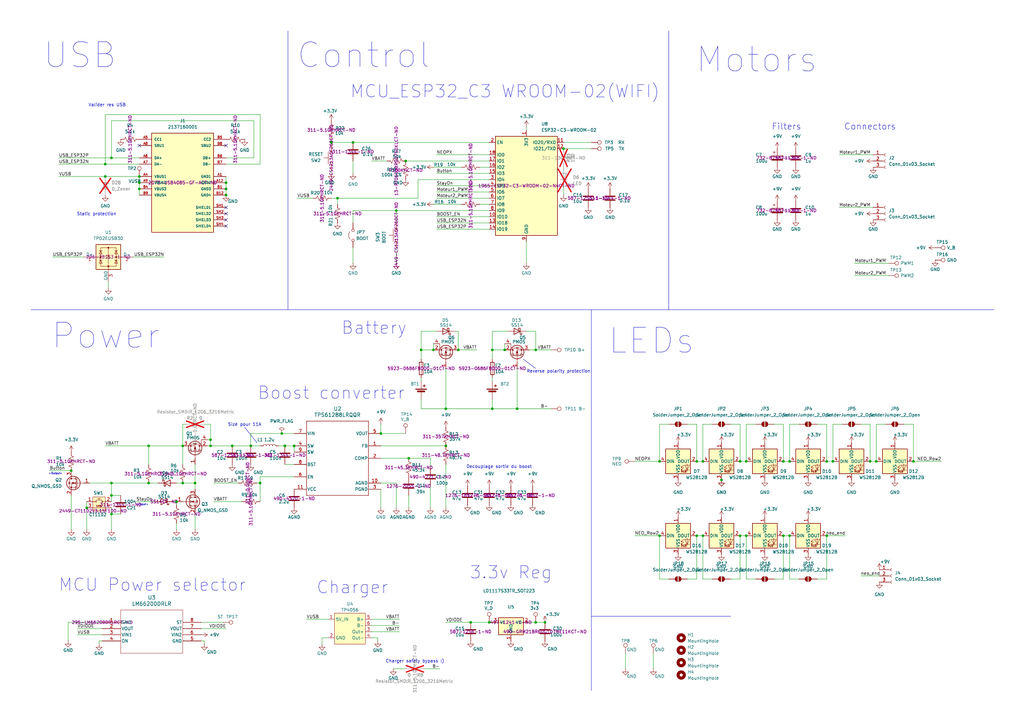
<source format=kicad_sch>
(kicad_sch (version 20250114) (generator "eeschema") (generator_version "9.0")
  (paper "A3")
  (text "Reverse polarity protection" (at 229.108 152.4 0) (effects (font (size 1.27 1.27))))
  (text "LEDs" (at 267.208 139.954 0) (effects (font (size 10.16 10.16))))
  (text "3.3v Reg" (at 209.55 234.95 0) (effects (font (size 5.08 5.08))))
  (text "Filters" (at 322.58 52.07 0) (effects (font (size 2.54 2.54))))
  (text "Sizé pour 11A" (at 100.33 174.244 0) (effects (font (size 1.27 1.27))))
  (text "Control" (at 149.098 22.86 0) (effects (font (size 10.16 10.16))))
  (text "Battery" (at 153.416 134.62 0) (effects (font (size 5.08 5.08))))
  (text "Static protection" (at 39.624 87.884 0) (effects (font (size 1.27 1.27))))
  (text "←Output←" (at 22.86 194.31 0) (effects (font (size 0.762 0.762))))
  (text "Decouplage sortie du boost" (at 204.724 191.516 0) (effects (font (size 1.27 1.27))))
  (text "Boost converter" (at 135.89 161.29 0) (effects (font (size 5.08 5.08))))
  (text "MCU_ESP32_C3 WROOM-02(WIFI)" (at 143.51 40.64 0) (effects (font (size 5.08 5.08)) (justify left bottom)))
  (text "Charger safety bypass :)\n" (at 170.18 271.272 0) (effects (font (size 1.27 1.27))))
  (text "Valider res USB" (at 43.942 43.18 0) (effects (font (size 1.27 1.27))))
  (text "USB" (at 32.766 22.86 0) (effects (font (size 10.16 10.16))))
  (text "Connectors" (at 356.87 52.07 0) (effects (font (size 2.54 2.54))))
  (text "Motors\n" (at 310.388 24.638 0) (effects (font (size 10.16 10.16))))
  (text "MCU Power selector" (at 62.484 240.03 0) (effects (font (size 5.08 5.08))))
  (text "Power" (at 43.434 137.922 0) (effects (font (size 10.16 10.16))))
  (text "Charger" (at 144.526 241.046 0) (effects (font (size 5.08 5.08))))
  (text "→Input→" (at 58.42 207.01 0) (effects (font (size 0.762 0.762))))
  (text_box "Liste des updates pour la V2:\n\n- Refaire bien le circuit de switching du power du Buck\n	Vraiment besoin de switcher? Cb de courant les servo prennent si ils ont pas de signal?\n	- Bien sizer les mosfet qui switch le courant\n- Mettre les LEDs sur 3v3\n- Faire en sorte que le board puisse être programmé sans batteries\n- Mettre un wroom\n- Agrandir les trous\n- Mettre les coins ronds\n- Mettre le shema beau (power net labels)\n" (at 427.99 2.54 0) (size 78.74 26.67) (margins 0.9525 0.9525 0.9525 0.9525) (effects (font (size 1.27 1.27)) (justify left top)))
  (text_box "Implications prog de la V2\n- Quand on veut utiliser les servos, on envoie high sur enable du boost\n- Dès qu'on détecte que l'USB est branché on désactive les servos (pu de PWM) et le enable du boost" (at 427.99 58.42 0) (size 78.74 26.67) (margins 0.9525 0.9525 0.9525 0.9525) (effects (font (size 1.27 1.27)) (justify left top)))
  (junction (at 45.72 203.2))
  (junction (at 43.18 72.39))
  (junction (at 359.41 189.23))
  (junction (at 323.85 219.71))
  (junction (at 288.29 219.71))
  (junction (at 219.71 143.51))
  (junction (at 223.52 255.27))
  (junction (at 92.71 80.01))
  (junction (at 270.51 189.23))
  (junction (at 95.25 182.88))
  (junction (at 120.65 182.88))
  (junction (at 35.56 208.28))
  (junction (at 306.07 189.23))
  (junction (at 60.96 182.88))
  (junction (at 92.71 74.93))
  (junction (at 285.75 219.71))
  (junction (at 182.88 182.88))
  (junction (at 295.91 196.85))
  (junction (at 212.09 167.64))
  (junction (at 303.53 189.23))
  (junction (at 219.71 255.27))
  (junction (at 166.37 66.04))
  (junction (at 374.65 189.23))
  (junction (at 60.96 198.12))
  (junction (at 187.96 143.51))
  (junction (at 138.43 81.28))
  (junction (at 339.09 189.23))
  (junction (at 57.15 72.39))
  (junction (at 207.01 143.51))
  (junction (at 270.51 219.71))
  (junction (at 72.39 205.74))
  (junction (at 172.72 143.51))
  (junction (at 57.15 74.93))
  (junction (at 339.09 219.71))
  (junction (at 57.15 77.47))
  (junction (at 156.21 177.8))
  (junction (at 323.85 189.23))
  (junction (at 135.89 58.42))
  (junction (at 356.87 189.23))
  (junction (at 306.07 219.71))
  (junction (at 45.72 64.77))
  (junction (at 86.36 182.88))
  (junction (at 116.84 182.88))
  (junction (at 201.93 167.64))
  (junction (at 167.64 187.96))
  (junction (at 74.93 182.88))
  (junction (at 200.66 255.27))
  (junction (at 45.72 210.82))
  (junction (at 29.21 193.04))
  (junction (at 231.14 60.96))
  (junction (at 321.31 189.23))
  (junction (at 106.68 198.12))
  (junction (at 341.63 189.23))
  (junction (at 288.29 189.23))
  (junction (at 285.75 189.23))
  (junction (at 102.87 182.88))
  (junction (at 144.78 58.42))
  (junction (at 182.88 167.64))
  (junction (at 74.93 198.12))
  (junction (at 303.53 219.71))
  (junction (at 201.93 143.51))
  (junction (at 321.31 219.71))
  (junction (at 177.8 143.51))
  (junction (at 162.56 86.36))
  (junction (at 193.04 255.27))
  (junction (at 92.71 77.47))
  (junction (at 115.57 177.8))
  (junction (at 43.18 67.31))
  (junction (at 86.36 180.34))
  (junction (at 80.01 198.12))
  (junction (at 45.72 198.12))
  (no_connect (at 92.71 90.17))
  (no_connect (at 92.71 92.71))
  (no_connect (at 92.71 87.63))
  (no_connect (at 92.71 59.69))
  (no_connect (at 57.15 59.69))
  (no_connect (at 92.71 85.09))
  (wire (pts (xy 45.72 64.77) (xy 57.15 64.77)))
  (wire (pts (xy 327.66 237.49) (xy 323.85 237.49)))
  (wire (pts (xy 196.85 68.58) (xy 200.66 68.58)))
  (wire (pts (xy 45.72 210.82) (xy 45.72 217.17)))
  (wire (pts (xy 72.39 205.74) (xy 72.39 207.01)))
  (wire (pts (xy 80.01 198.12) (xy 80.01 200.66)))
  (wire (pts (xy 80.01 217.17) (xy 80.01 210.82)))
  (wire (pts (xy 45.72 203.2) (xy 45.72 205.74)))
  (wire (pts (xy 35.56 208.28) (xy 35.56 217.17)))
  (wire (pts (xy 374.65 189.23) (xy 386.08 189.23)))
  (wire (pts (xy 86.36 180.34) (xy 86.36 182.88)))
  (wire (pts (xy 323.85 237.49) (xy 323.85 219.71)))
  (wire (pts (xy 363.22 173.99) (xy 359.41 173.99)))
  (wire (pts (xy 74.93 182.88) (xy 74.93 190.5)))
  (wire (pts (xy 344.17 63.5) (xy 358.14 63.5)))
  (wire (pts (xy 201.93 154.94) (xy 201.93 156.21)))
  (wire (pts (xy 356.87 189.23) (xy 359.41 189.23)))
  (wire (pts (xy 144.78 101.6) (xy 144.78 107.95)))
  (wire (pts (xy 57.15 77.47) (xy 57.15 80.01)))
  (wire (pts (xy 31.75 260.35) (xy 41.91 260.35)))
  (wire (pts (xy 24.13 67.31) (xy 43.18 67.31)))
  (wire (pts (xy 217.17 255.27) (xy 219.71 255.27)))
  (wire (pts (xy 60.96 198.12) (xy 64.77 198.12)))
  (wire (pts (xy 186.69 135.89) (xy 187.96 135.89)))
  (wire (pts (xy 172.72 167.64) (xy 182.88 167.64)))
  (wire (pts (xy 158.75 66.04) (xy 152.4 66.04)))
  (wire (pts (xy 152.4 259.08) (xy 163.83 259.08)))
  (wire (pts (xy 219.71 135.89) (xy 219.71 143.51)))
  (wire (pts (xy 231.14 58.42) (xy 242.57 58.42)))
  (wire (pts (xy 74.93 198.12) (xy 80.01 198.12)))
  (wire (pts (xy 215.9 52.07) (xy 215.9 53.34)))
  (wire (pts (xy 288.29 219.71) (xy 288.29 237.49)))
  (polyline (pts (xy 118.11 12.7) (xy 118.11 127)))
  (wire (pts (xy 87.63 205.74) (xy 99.06 205.74)))
  (wire (pts (xy 44.45 118.11) (xy 44.45 115.57)))
  (wire (pts (xy 102.87 182.88) (xy 106.68 182.88)))
  (wire (pts (xy 20.32 193.04) (xy 29.21 193.04)))
  (wire (pts (xy 345.44 173.99) (xy 341.63 173.99)))
  (wire (pts (xy 200.66 255.27) (xy 201.93 255.27)))
  (wire (pts (xy 201.93 143.51) (xy 201.93 147.32)))
  (wire (pts (xy 350.52 113.03) (xy 364.49 113.03)))
  (wire (pts (xy 45.72 198.12) (xy 60.96 198.12)))
  (wire (pts (xy 285.75 219.71) (xy 288.29 219.71)))
  (wire (pts (xy 270.51 173.99) (xy 270.51 189.23)))
  (wire (pts (xy 116.84 182.88) (xy 120.65 182.88)))
  (wire (pts (xy 152.4 256.54) (xy 163.83 256.54)))
  (wire (pts (xy 74.93 173.99) (xy 74.93 182.88)))
  (wire (pts (xy 201.93 135.89) (xy 208.28 135.89)))
  (wire (pts (xy 285.75 173.99) (xy 285.75 189.23)))
  (wire (pts (xy 86.36 173.99) (xy 86.36 180.34)))
  (wire (pts (xy 35.56 205.74) (xy 35.56 208.28)))
  (wire (pts (xy 102.87 177.8) (xy 102.87 182.88)))
  (wire (pts (xy 179.07 63.5) (xy 200.66 63.5)))
  (polyline (pts (xy 214.63 147.32) (xy 219.71 151.13)))
  (wire (pts (xy 179.07 71.12) (xy 200.66 71.12)))
  (wire (pts (xy 303.53 219.71) (xy 306.07 219.71)))
  (wire (pts (xy 167.64 208.28) (xy 167.64 203.2)))
  (wire (pts (xy 281.94 237.49) (xy 285.75 237.49)))
  (wire (pts (xy 36.83 198.12) (xy 45.72 198.12)))
  (wire (pts (xy 350.52 107.95) (xy 364.49 107.95)))
  (wire (pts (xy 285.75 189.23) (xy 288.29 189.23)))
  (wire (pts (xy 339.09 173.99) (xy 339.09 189.23)))
  (wire (pts (xy 256.54 267.97) (xy 256.54 274.32)))
  (wire (pts (xy 132.08 264.16) (xy 132.08 261.62)))
  (wire (pts (xy 135.89 58.42) (xy 144.78 58.42)))
  (wire (pts (xy 105.41 198.12) (xy 106.68 198.12)))
  (wire (pts (xy 321.31 173.99) (xy 321.31 189.23)))
  (wire (pts (xy 215.9 135.89) (xy 219.71 135.89)))
  (wire (pts (xy 179.07 88.9) (xy 200.66 88.9)))
  (wire (pts (xy 339.09 237.49) (xy 339.09 219.71)))
  (wire (pts (xy 135.89 57.15) (xy 135.89 58.42)))
  (wire (pts (xy 92.71 74.93) (xy 92.71 77.47)))
  (wire (pts (xy 152.4 254) (xy 163.83 254)))
  (wire (pts (xy 156.21 187.96) (xy 167.64 187.96)))
  (wire (pts (xy 321.31 189.23) (xy 323.85 189.23)))
  (wire (pts (xy 144.78 86.36) (xy 162.56 86.36)))
  (wire (pts (xy 285.75 237.49) (xy 285.75 219.71)))
  (wire (pts (xy 217.17 143.51) (xy 219.71 143.51)))
  (wire (pts (xy 72.39 198.12) (xy 74.93 198.12)))
  (wire (pts (xy 321.31 219.71) (xy 323.85 219.71)))
  (wire (pts (xy 339.09 189.23) (xy 341.63 189.23)))
  (wire (pts (xy 356.87 173.99) (xy 356.87 189.23)))
  (wire (pts (xy 353.06 173.99) (xy 356.87 173.99)))
  (wire (pts (xy 161.29 274.32) (xy 166.37 274.32)))
  (wire (pts (xy 106.68 46.99) (xy 43.18 46.99)))
  (wire (pts (xy 154.94 261.62) (xy 154.94 262.89)))
  (wire (pts (xy 132.08 261.62) (xy 134.62 261.62)))
  (wire (pts (xy 76.2 173.99) (xy 74.93 173.99)))
  (wire (pts (xy 176.53 191.77) (xy 176.53 187.96)))
  (wire (pts (xy 299.72 173.99) (xy 303.53 173.99)))
  (wire (pts (xy 45.72 49.53) (xy 45.72 64.77)))
  (wire (pts (xy 359.41 173.99) (xy 359.41 189.23)))
  (wire (pts (xy 260.35 219.71) (xy 270.51 219.71)))
  (wire (pts (xy 57.15 72.39) (xy 57.15 74.93)))
  (wire (pts (xy 85.09 182.88) (xy 86.36 182.88)))
  (wire (pts (xy 306.07 173.99) (xy 306.07 189.23)))
  (wire (pts (xy 219.71 143.51) (xy 226.06 143.51)))
  (wire (pts (xy 177.8 83.82) (xy 189.23 83.82)))
  (wire (pts (xy 116.84 190.5) (xy 120.65 190.5)))
  (wire (pts (xy 335.28 237.49) (xy 339.09 237.49)))
  (wire (pts (xy 201.93 163.83) (xy 201.93 167.64)))
  (wire (pts (xy 172.72 135.89) (xy 172.72 143.51)))
  (polyline (pts (xy 274.32 12.7) (xy 274.32 127)))
  (wire (pts (xy 135.89 59.69) (xy 135.89 58.42)))
  (wire (pts (xy 31.75 257.81) (xy 41.91 257.81)))
  (wire (pts (xy 45.72 210.82) (xy 49.53 210.82)))
  (wire (pts (xy 135.89 81.28) (xy 138.43 81.28)))
  (wire (pts (xy 60.96 182.88) (xy 74.93 182.88)))
  (wire (pts (xy 55.88 205.74) (xy 63.5 205.74)))
  (wire (pts (xy 125.73 254) (xy 134.62 254)))
  (wire (pts (xy 156.21 173.99) (xy 156.21 177.8)))
  (wire (pts (xy 43.18 182.88) (xy 60.96 182.88)))
  (wire (pts (xy 370.84 173.99) (xy 374.65 173.99)))
  (wire (pts (xy 335.28 173.99) (xy 339.09 173.99)))
  (wire (pts (xy 317.5 173.99) (xy 321.31 173.99)))
  (wire (pts (xy 374.65 173.99) (xy 374.65 189.23)))
  (wire (pts (xy 201.93 135.89) (xy 201.93 143.51)))
  (polyline (pts (xy 12.7 127) (xy 407.67 127)))
  (wire (pts (xy 156.21 182.88) (xy 182.88 182.88)))
  (wire (pts (xy 260.35 189.23) (xy 270.51 189.23)))
  (wire (pts (xy 106.68 195.58) (xy 120.65 195.58)))
  (wire (pts (xy 87.63 198.12) (xy 97.79 198.12)))
  (wire (pts (xy 104.14 64.77) (xy 104.14 49.53)))
  (wire (pts (xy 346.71 219.71) (xy 339.09 219.71)))
  (wire (pts (xy 40.64 262.89) (xy 41.91 262.89)))
  (wire (pts (xy 60.96 182.88) (xy 60.96 190.5)))
  (wire (pts (xy 219.71 255.27) (xy 223.52 255.27)))
  (wire (pts (xy 267.97 267.97) (xy 267.97 274.32)))
  (wire (pts (xy 71.12 205.74) (xy 72.39 205.74)))
  (wire (pts (xy 40.64 264.16) (xy 40.64 262.89)))
  (wire (pts (xy 288.29 173.99) (xy 292.1 173.99)))
  (wire (pts (xy 43.18 72.39) (xy 57.15 72.39)))
  (wire (pts (xy 27.94 262.89) (xy 27.94 255.27)))
  (wire (pts (xy 179.07 93.98) (xy 200.66 93.98)))
  (wire (pts (xy 162.56 198.12) (xy 162.56 208.28)))
  (wire (pts (xy 144.78 91.44) (xy 144.78 86.36)))
  (wire (pts (xy 196.85 83.82) (xy 200.66 83.82)))
  (wire (pts (xy 231.14 80.01) (xy 231.14 76.2)))
  (wire (pts (xy 43.18 67.31) (xy 57.15 67.31)))
  (wire (pts (xy 144.78 58.42) (xy 200.66 58.42)))
  (wire (pts (xy 57.15 74.93) (xy 57.15 77.47)))
  (wire (pts (xy 193.04 255.27) (xy 200.66 255.27)))
  (wire (pts (xy 85.09 180.34) (xy 86.36 180.34)))
  (wire (pts (xy 135.89 71.12) (xy 135.89 69.85)))
  (wire (pts (xy 171.45 73.66) (xy 200.66 73.66)))
  (wire (pts (xy 34.29 105.41) (xy 21.59 105.41)))
  (polyline (pts (xy 242.57 252.73) (xy 299.72 252.73)))
  (wire (pts (xy 80.01 190.5) (xy 80.01 198.12)))
  (wire (pts (xy 45.72 198.12) (xy 45.72 203.2)))
  (wire (pts (xy 82.55 255.27) (xy 91.44 255.27)))
  (wire (pts (xy 182.88 208.28) (xy 182.88 190.5)))
  (wire (pts (xy 162.56 91.44) (xy 162.56 86.36)))
  (wire (pts (xy 303.53 173.99) (xy 303.53 189.23)))
  (wire (pts (xy 299.72 237.49) (xy 303.53 237.49)))
  (wire (pts (xy 144.78 71.12) (xy 144.78 66.04)))
  (wire (pts (xy 166.37 66.04) (xy 200.66 66.04)))
  (wire (pts (xy 177.8 68.58) (xy 189.23 68.58)))
  (wire (pts (xy 162.56 101.6) (xy 162.56 107.95)))
  (wire (pts (xy 172.72 135.89) (xy 179.07 135.89)))
  (wire (pts (xy 323.85 173.99) (xy 323.85 189.23)))
  (wire (pts (xy 45.72 203.2) (xy 49.53 203.2)))
  (wire (pts (xy 270.51 237.49) (xy 274.32 237.49)))
  (polyline (pts (xy 242.57 127) (xy 242.57 283.21)))
  (wire (pts (xy 54.61 105.41) (xy 67.31 105.41)))
  (wire (pts (xy 187.96 143.51) (xy 195.58 143.51)))
  (wire (pts (xy 86.36 182.88) (xy 95.25 182.88)))
  (wire (pts (xy 176.53 199.39) (xy 176.53 208.28)))
  (wire (pts (xy 120.65 182.88) (xy 120.65 185.42)))
  (wire (pts (xy 156.21 200.66) (xy 156.21 208.28)))
  (wire (pts (xy 162.56 86.36) (xy 200.66 86.36)))
  (wire (pts (xy 288.29 237.49) (xy 292.1 237.49)))
  (wire (pts (xy 171.45 81.28) (xy 171.45 73.66)))
  (wire (pts (xy 303.53 189.23) (xy 306.07 189.23)))
  (wire (pts (xy 317.5 237.49) (xy 321.31 237.49)))
  (wire (pts (xy 215.9 107.95) (xy 215.9 99.06)))
  (wire (pts (xy 182.88 151.13) (xy 182.88 167.64)))
  (wire (pts (xy 156.21 177.8) (xy 166.37 177.8)))
  (wire (pts (xy 156.21 198.12) (xy 162.56 198.12)))
  (polyline (pts (xy 100.33 175.26) (xy 105.41 181.61)))
  (wire (pts (xy 114.3 182.88) (xy 116.84 182.88)))
  (wire (pts (xy 138.43 81.28) (xy 138.43 83.82)))
  (wire (pts (xy 106.68 198.12) (xy 106.68 205.74)))
  (wire (pts (xy 72.39 214.63) (xy 72.39 217.17)))
  (wire (pts (xy 179.07 78.74) (xy 200.66 78.74)))
  (wire (pts (xy 82.55 257.81) (xy 92.71 257.81)))
  (wire (pts (xy 27.94 255.27) (xy 41.91 255.27)))
  (wire (pts (xy 306.07 219.71) (xy 306.07 237.49)))
  (wire (pts (xy 200.66 91.44) (xy 179.07 91.44)))
  (wire (pts (xy 120.65 177.8) (xy 115.57 177.8)))
  (wire (pts (xy 212.09 167.64) (xy 226.06 167.64)))
  (wire (pts (xy 172.72 143.51) (xy 177.8 143.51)))
  (wire (pts (xy 212.09 151.13) (xy 212.09 167.64)))
  (wire (pts (xy 281.94 173.99) (xy 285.75 173.99)))
  (wire (pts (xy 177.8 140.97) (xy 177.8 143.51)))
  (wire (pts (xy 172.72 163.83) (xy 172.72 167.64)))
  (wire (pts (xy 95.25 182.88) (xy 102.87 182.88)))
  (wire (pts (xy 201.93 143.51) (xy 207.01 143.51)))
  (wire (pts (xy 83.82 173.99) (xy 86.36 173.99)))
  (wire (pts (xy 106.68 67.31) (xy 106.68 46.99)))
  (wire (pts (xy 92.71 67.31) (xy 106.68 67.31)))
  (wire (pts (xy 45.72 208.28) (xy 45.72 210.82)))
  (wire (pts (xy 115.57 177.8) (xy 102.87 177.8)))
  (wire (pts (xy 179.07 81.28) (xy 200.66 81.28)))
  (wire (pts (xy 29.21 203.2) (xy 29.21 217.17)))
  (wire (pts (xy 201.93 167.64) (xy 212.09 167.64)))
  (wire (pts (xy 231.14 60.96) (xy 242.57 60.96)))
  (wire (pts (xy 138.43 81.28) (xy 171.45 81.28)))
  (wire (pts (xy 172.72 154.94) (xy 172.72 156.21)))
  (wire (pts (xy 353.06 236.22) (xy 360.68 236.22)))
  (wire (pts (xy 83.82 264.16) (xy 83.82 262.89)))
  (wire (pts (xy 182.88 167.64) (xy 201.93 167.64)))
  (wire (pts (xy 309.88 237.49) (xy 306.07 237.49)))
  (wire (pts (xy 173.99 274.32) (xy 180.34 274.32)))
  (wire (pts (xy 274.32 173.99) (xy 270.51 173.99)))
  (wire (pts (xy 104.14 49.53) (xy 45.72 49.53)))
  (wire (pts (xy 43.18 46.99) (xy 43.18 67.31)))
  (wire (pts (xy 270.51 219.71) (xy 270.51 237.49)))
  (wire (pts (xy 92.71 72.39) (xy 92.71 74.93)))
  (wire (pts (xy 182.88 255.27) (xy 193.04 255.27)))
  (wire (pts (xy 152.4 261.62) (xy 154.94 261.62)))
  (wire (pts (xy 288.29 173.99) (xy 288.29 189.23)))
  (wire (pts (xy 321.31 237.49) (xy 321.31 219.71)))
  (wire (pts (xy 167.64 187.96) (xy 176.53 187.96)))
  (wire (pts (xy 341.63 173.99) (xy 341.63 189.23)))
  (wire (pts (xy 303.53 219.71) (xy 303.53 237.49)))
  (wire (pts (xy 83.82 262.89) (xy 82.55 262.89)))
  (wire (pts (xy 309.88 173.99) (xy 306.07 173.99)))
  (wire (pts (xy 24.13 72.39) (xy 43.18 72.39)))
  (wire (pts (xy 179.07 76.2) (xy 200.66 76.2)))
  (wire (pts (xy 187.96 135.89) (xy 187.96 143.51)))
  (wire (pts (xy 207.01 140.97) (xy 207.01 143.51)))
  (wire (pts (xy 172.72 143.51) (xy 172.72 147.32)))
  (wire (pts (xy 106.68 198.12) (xy 106.68 195.58)))
  (wire (pts (xy 327.66 173.99) (xy 323.85 173.99)))
  (wire (pts (xy 92.71 77.47) (xy 92.71 80.01)))
  (wire (pts (xy 344.17 85.09) (xy 358.14 85.09)))
  (wire (pts (xy 92.71 64.77) (xy 104.14 64.77)))
  (wire (pts (xy 24.13 64.77) (xy 45.72 64.77)))
  (wire (pts (xy 121.92 81.28) (xy 128.27 81.28)))
  (label "BOOST_EN" (at 87.63 198.12 0))
  (label "VDIODE" (at 182.88 255.27 0))
  (label "VBATT" (at 87.63 205.74 0))
  (label "VBATT" (at 226.06 143.51 180))
  (label "neo_end" (at 346.71 219.71 180))
  (label "StayOn" (at 55.88 205.74 0))
  (label "NEO_Row2" (at 260.35 219.71 0))
  (label "neo_end" (at 353.06 236.22 0))
  (label "VBATT" (at 195.58 143.51 180))
  (label "VUSB" (at 121.92 81.28 0))
  (label "BOOST_EN" (at 179.07 88.9 0))
  (label "Moteur1_PWM" (at 179.07 78.74 0))
  (label "Moteur1_PWM" (at 350.52 107.95 0))
  (label "NEO_Row2" (at 386.08 189.23 180))
  (label "VBATT" (at 43.18 182.88 0))
  (label "B-" (at 180.34 274.32 180))
  (label "VUSB" (at 125.73 254 0))
  (label "VUSB" (at 31.75 260.35 0))
  (label "USB_ESP32N" (at 179.07 91.44 0))
  (label "Moteur2_PWM" (at 179.07 81.28 0))
  (label "VDIODE" (at 31.75 257.81 0))
  (label "USB_ESP32N" (at 24.13 67.31 0))
  (label "NEOPX" (at 179.07 63.5 0))
  (label "VUSB" (at 24.13 72.39 0))
  (label "Moteur2_PWM" (at 344.17 85.09 0))
  (label "VBATT" (at 163.83 259.08 180))
  (label "Moteur1_PWM" (at 344.17 63.5 0))
  (label "USB_ESP32N" (at 67.31 105.41 180))
  (label "Button" (at 20.32 193.04 0))
  (label "Moteur2_PWM" (at 350.52 113.03 0))
  (label "USB_ESP32P" (at 21.59 105.41 0))
  (label "B-" (at 224.79 167.64 180))
  (label "NEOPX" (at 260.35 189.23 0))
  (label "VBATT" (at 163.83 254 180))
  (label "USB_ESP32P" (at 24.13 64.77 0))
  (label "USB_ESP32P" (at 179.07 93.98 0))
  (label "StayOn" (at 179.07 76.2 0))
  (label "Button" (at 179.07 71.12 0))
  (label "B-" (at 163.83 256.54 180))
  (label "VBATT" (at 152.4 66.04 0))
  (label "VDIODE" (at 92.71 257.81 180))
  (symbol (lib_id "Device:R_US") (at 182.88 179.07 0) (unit 1)
    (property "Reference" "R12" (at 184.15 178.054 0) (effects (justify left)))
    (property "Value" "357k" (at 184.15 180.086 0) (effects (justify left)))
    (property "Footprint" "Resistor_SMD:R_0603_1608Metric" (effects (hide yes)))
    (property "Description" "Resistor, US symbol" (effects (hide yes)))
    (property "DigiKey" "311-357KHRCT-ND" (at 182.88 179.07 0))
  )
  (symbol (lib_id "Device:C_Polarized") (at 318.77 86.36 0) (unit 1)
    (property "Reference" "C8" (at 309.88 85.09 0) (effects (justify left)))
    (property "Value" "100u" (at 309.88 87.63 0) (effects (justify left)))
    (property "Footprint" "Capacitor_THT:CP_Radial_D5.0mm_P2.00mm" (effects (hide yes)))
    (property "Description" "Polarized capacitor" (effects (hide yes)))
    (property "DigiKey" "732-8793-1-ND" (at 318.77 86.36 0))
  )
  (symbol (lib_id "Jumper:SolderJumper_2_Open") (at 331.47 237.49 0) (unit 1) (exclude_from_sim yes) (in_bom no)
    (property "Reference" "JP15" (at 331.47 231.14 0))
    (property "Value" "SolderJumper_2_Open" (at 331.47 233.68 0))
    (property "Footprint" "Jumper:SolderJumper-2_P1.3mm_Open_TrianglePad1.0x1.5mm" (effects (hide yes)))
    (property "Description" "Solder Jumper, 2-pole, open" (effects (hide yes)))
  )
  (symbol (lib_id "power:+3.3V") (at 241.3 77.47 0) (unit 1)
    (property "Reference" "#PWR51" (effects (hide yes)))
    (property "Value" "+3.3V" (at 241.3 73.152 0))
  )
  (symbol (lib_id "LM66200DRLR:LM66200DRLR") (at 41.91 255.27 0) (unit 1)
    (property "Reference" "U3" (at 62.23 245.11 0) (effects (font (size 1.524 1.524))))
    (property "Value" "LM66200DRLR" (at 62.23 247.65 0) (effects (font (size 1.524 1.524))))
    (property "Footprint" "LM66200DRLR:SOT-5X3_DRL_TEX-L" (effects (hide yes)))
    (property "Datasheet" "LM66200DRLR" (effects (hide yes)))
    (property "DigiKey" "296-LM66200DRLRCT-ND" (at 41.91 255.27 0))
  )
  (symbol (lib_id "power:GND") (at 313.69 227.33 0) (unit 1)
    (property "Reference" "#PWR086" (effects (hide yes)))
    (property "Value" "GND" (at 313.69 232.41 0))
    (property "Description" "Power symbol creates a global label with name \"GND\" , ground" (effects (hide yes)))
  )
  (symbol (lib_id "power:GND") (at 295.91 227.33 0) (unit 1)
    (property "Reference" "#PWR083" (effects (hide yes)))
    (property "Value" "GND" (at 295.91 232.41 0))
    (property "Description" "Power symbol creates a global label with name \"GND\" , ground" (effects (hide yes)))
  )
  (symbol (lib_id "Jumper:SolderJumper_2_Open") (at 349.25 173.99 0) (unit 1) (exclude_from_sim yes) (in_bom no)
    (property "Reference" "JP5" (at 349.25 167.64 0))
    (property "Value" "SolderJumper_2_Open" (at 349.25 170.18 0))
    (property "Footprint" "Jumper:SolderJumper-2_P1.3mm_Open_TrianglePad1.0x1.5mm" (effects (hide yes)))
    (property "Description" "Solder Jumper, 2-pole, open" (effects (hide yes)))
  )
  (symbol (lib_id "power:+9V") (at 360.68 233.68 0) (unit 1)
    (property "Reference" "#PWR099" (effects (hide yes)))
    (property "Value" "+9V" (at 362.966 230.378 0))
    (property "Description" "Power symbol creates a global label with name \"+9V\"" (effects (hide yes)))
  )
  (symbol (lib_id "power:GND") (at 193.04 262.89 0) (unit 1)
    (property "Reference" "#PWR0109" (effects (hide yes)))
    (property "Value" "GND" (at 196.088 266.192 0))
    (property "Description" "Power symbol creates a global label with name \"GND\" , ground" (effects (hide yes)))
  )
  (symbol (lib_id "power:GND") (at 156.21 208.28 0) (unit 1)
    (property "Reference" "#PWR031" (effects (hide yes)))
    (property "Value" "GND" (at 156.21 212.09 0))
    (property "Description" "Power symbol creates a global label with name \"GND\" , ground" (effects (hide yes)))
  )
  (symbol (lib_id "Device:R_US") (at 60.96 194.31 0) (unit 1)
    (property "Reference" "R3" (at 54.61 193.04 0) (effects (justify left)))
    (property "Value" "10k" (at 54.61 195.58 0) (effects (justify left)))
    (property "Footprint" "Resistor_SMD:R_0603_1608Metric" (effects (hide yes)))
    (property "Description" "Resistor, US symbol" (effects (hide yes)))
    (property "DigiKey" "311-5.10KHRCT-ND" (at 60.96 194.31 0))
  )
  (symbol (lib_id "Connector:TestPoint") (at 166.37 177.8 0) (unit 1)
    (property "Reference" "TP14" (at 164.338 169.926 0) (effects (justify left)))
    (property "Value" "V_B" (at 164.338 171.958 0) (effects (justify left)))
    (property "Footprint" "TestPoint:TestPoint_Loop_D2.54mm_Drill1.5mm_Beaded" (effects (hide yes)))
  )
  (symbol (lib_id "Device:R_US") (at 193.04 68.58 90) (unit 1)
    (property "Reference" "R19" (at 179.832 67.564 90))
    (property "Value" "10k" (at 185.166 67.437 90))
    (property "Footprint" "Resistor_SMD:R_0603_1608Metric" (effects (hide yes)))
    (property "DigiKey" "311-5.10KHRCT-ND" (at 193.04 68.58 0))
  )
  (symbol (lib_id "power:GND") (at 318.77 68.58 0) (unit 1)
    (property "Reference" "#PWR021" (effects (hide yes)))
    (property "Value" "GND" (at 318.77 72.39 0))
    (property "Description" "Power symbol creates a global label with name \"GND\" , ground" (effects (hide yes)))
  )
  (symbol (lib_id "power:GND") (at 44.45 118.11 0) (unit 1)
    (property "Reference" "#PWR0127" (effects (hide yes)))
    (property "Value" "GND" (at 44.45 122.555 0))
  )
  (symbol (lib_id "power:GND") (at 326.39 68.58 0) (unit 1)
    (property "Reference" "#PWR026" (effects (hide yes)))
    (property "Value" "GND" (at 326.39 72.39 0))
    (property "Description" "Power symbol creates a global label with name \"GND\" , ground" (effects (hide yes)))
  )
  (symbol (lib_id "power:GND") (at 120.65 208.28 0) (unit 1)
    (property "Reference" "#PWR019" (effects (hide yes)))
    (property "Value" "AGND" (at 120.65 212.09 0))
    (property "Description" "Power symbol creates a global label with name \"GND\" , ground" (effects (hide yes)))
  )
  (symbol (lib_id "Jumper:SolderJumper_2_Open") (at 278.13 173.99 0) (unit 1) (exclude_from_sim yes) (in_bom no)
    (property "Reference" "JP1" (at 278.13 167.64 0))
    (property "Value" "SolderJumper_2_Open" (at 278.13 170.18 0))
    (property "Footprint" "Jumper:SolderJumper-2_P1.3mm_Open_TrianglePad1.0x1.5mm" (effects (hide yes)))
    (property "Description" "Solder Jumper, 2-pole, open" (effects (hide yes)))
  )
  (symbol (lib_id "Connector:TestPoint") (at 226.06 143.51 270) (unit 1)
    (property "Reference" "TP10" (at 231.394 143.51 90) (effects (justify left)))
    (property "Value" "B+" (at 236.982 143.51 90) (effects (justify left)))
    (property "Footprint" "TestPoint:TestPoint_Loop_D2.54mm_Drill1.5mm_Beaded" (effects (hide yes)))
  )
  (symbol (lib_id "power:GND") (at 45.72 217.17 0) (unit 1)
    (property "Reference" "#PWR03" (effects (hide yes)))
    (property "Value" "GND" (at 45.72 220.98 0))
    (property "Description" "Power symbol creates a global label with name \"GND\" , ground" (effects (hide yes)))
  )
  (symbol (lib_id "LED:WS2812B") (at 349.25 189.23 0) (unit 1)
    (property "Reference" "D11" (at 356.87 193.294 0))
    (property "Value" "WS2812B" (at 356.87 195.834 0))
    (property "Footprint" "LED_SMD:LED_WS2812B_PLCC4_5.0x5.0mm_P3.2mm" (effects (hide yes)))
    (property "Datasheet" "https://cdn-shop.adafruit.com/datasheets/WS2812B.pdf" (effects (hide yes)))
    (property "Description" "RGB LED with integrated controller" (effects (hide yes)))
  )
  (symbol (lib_id "Connector:TestPoint") (at 267.97 267.97 0) (unit 1) (on_board no)
    (property "Reference" "TP6" (at 266.192 262.89 0) (effects (justify left)))
    (property "Value" "GND" (at 268.478 266.446 0) (effects (justify left)))
    (property "Footprint" "TestPoint:TestPoint_Loop_D2.54mm_Drill1.5mm_Beaded" (effects (hide yes)))
  )
  (symbol (lib_id "power:GND") (at 100.33 57.15 0) (unit 1)
    (property "Reference" "#PWR017" (effects (hide yes)))
    (property "Value" "GND" (at 100.33 61.595 0))
  )
  (symbol (lib_id "Device:R_US") (at 138.43 87.63 180) (unit 1)
    (property "Reference" "R21" (at 135.636 90.932 90))
    (property "Value" "10k" (at 135.509 85.598 90))
    (property "Footprint" "Resistor_SMD:R_0603_1608Metric" (effects (hide yes)))
    (property "DigiKey" "311-5.10KHRCT-ND" (at 138.43 87.63 0))
  )
  (symbol (lib_id "power:GND") (at 360.68 238.76 0) (unit 1)
    (property "Reference" "#PWR0101" (effects (hide yes)))
    (property "Value" "GND" (at 360.68 243.84 0))
    (property "Description" "Power symbol creates a global label with name \"GND\" , ground" (effects (hide yes)))
  )
  (symbol (lib_id "Transistor_FET:Q_NMOS_GSD") (at 31.75 198.12 0) (mirror y) (unit 1)
    (property "Reference" "Q2" (at 25.4 196.8499 0) (effects (justify left)))
    (property "Value" "Q_NMOS_GSD" (at 25.4 199.3899 0) (effects (justify left)))
    (property "Footprint" "Package_TO_SOT_SMD:SOT-23" (effects (hide yes)))
    (property "Description" "N-MOSFET transistor, gate/source/drain" (effects (hide yes)))
    (property "MPN" "SN7002NH6433XTMA1" (effects (hide yes)))
    (property "DigiKey" "448-SN7002NH6433XTMA1CT-ND" (effects (hide yes)))
  )
  (symbol (lib_id "LED:WS2812B") (at 313.69 189.23 0) (unit 1)
    (property "Reference" "D9" (at 321.31 193.294 0))
    (property "Value" "WS2812B" (at 321.31 195.834 0))
    (property "Footprint" "LED_SMD:LED_WS2812B_PLCC4_5.0x5.0mm_P3.2mm" (effects (hide yes)))
    (property "Datasheet" "https://cdn-shop.adafruit.com/datasheets/WS2812B.pdf" (effects (hide yes)))
    (property "Description" "RGB LED with integrated controller" (effects (hide yes)))
  )
  (symbol (lib_id "Connector:Conn_01x03_Socket") (at 363.22 66.04 0) (unit 1)
    (property "Reference" "J2" (at 364.49 64.7699 0) (effects (justify left)))
    (property "Value" "Conn_01x03_Socket" (at 364.49 67.3099 0) (effects (justify left)))
    (property "Footprint" "Connector_PinHeader_2.54mm:PinHeader_1x03_P2.54mm_Vertical" (effects (hide yes)))
    (property "Description" "Generic connector, single row, 01x03, script generated" (effects (hide yes)))
  )
  (symbol (lib_id "power:+3.3V") (at 177.8 68.58 90) (mirror x) (unit 1)
    (property "Reference" "#PWR57" (effects (hide yes)))
    (property "Value" "+3.3V" (at 171.958 68.58 90))
  )
  (symbol (lib_id "power:+9V") (at 191.77 199.39 0) (unit 1)
    (property "Reference" "#PWR041" (effects (hide yes)))
    (property "Value" "+9V" (at 191.77 194.31 0))
    (property "Description" "Power symbol creates a global label with name \"+9V\"" (effects (hide yes)))
  )
  (symbol (lib_id "power:+9V") (at 367.03 181.61 0) (unit 1)
    (property "Reference" "#PWR029" (effects (hide yes)))
    (property "Value" "+3.3V" (at 369.316 178.308 0))
    (property "Description" "Power symbol creates a global label with name \"+9V\"" (effects (hide yes)))
  )
  (symbol (lib_id "Jumper:SolderJumper_2_Open") (at 295.91 173.99 0) (unit 1) (exclude_from_sim yes) (in_bom no)
    (property "Reference" "JP2" (at 295.91 167.64 0))
    (property "Value" "SolderJumper_2_Open" (at 295.91 170.18 0))
    (property "Footprint" "Jumper:SolderJumper-2_P1.3mm_Open_TrianglePad1.0x1.5mm" (effects (hide yes)))
    (property "Description" "Solder Jumper, 2-pole, open" (effects (hide yes)))
  )
  (symbol (lib_id "power:GND") (at 154.94 262.89 0) (mirror y) (unit 1)
    (property "Reference" "#PWR0130" (effects (hide yes)))
    (property "Value" "GND" (at 154.94 266.7 0))
  )
  (symbol (lib_id "power:GND") (at 167.64 208.28 0) (unit 1)
    (property "Reference" "#PWR033" (effects (hide yes)))
    (property "Value" "AGND" (at 167.64 212.09 0))
    (property "Description" "Power symbol creates a global label with name \"GND\" , ground" (effects (hide yes)))
  )
  (symbol (lib_id "Device:C") (at 209.55 203.2 0) (unit 1)
    (property "Reference" "C32" (at 203.2 201.93 0) (effects (justify left)))
    (property "Value" "47u" (at 203.2 204.47 0) (effects (justify left)))
    (property "Footprint" "Capacitor_SMD:C_0603_1608Metric_Pad1.08x0.95mm_HandSolder" (effects (hide yes)))
    (property "Description" "Unpolarized capacitor" (effects (hide yes)))
    (property "DigiKey" "1276-1852-1-ND" (at 209.55 203.2 0))
  )
  (symbol (lib_id "power:+3.3V") (at 223.52 255.27 0) (unit 1)
    (property "Reference" "#PWR0112" (effects (hide yes)))
    (property "Value" "+3.3V" (at 226.568 251.968 0))
    (property "Description" "Power symbol creates a global label with name \"+3.3V\"" (effects (hide yes)))
  )
  (symbol (lib_id "Device:C") (at 326.39 64.77 0) (unit 1)
    (property "Reference" "C9" (at 330.2 63.4999 0) (effects (justify left)))
    (property "Value" "1u" (at 330.2 66.0399 0) (effects (justify left)))
    (property "Footprint" "Capacitor_SMD:C_0603_1608Metric_Pad1.08x0.95mm_HandSolder" (effects (hide yes)))
    (property "Description" "Unpolarized capacitor" (effects (hide yes)))
    (property "DigiKey" "587-1248-1-ND" (at 326.39 64.77 0))
  )
  (symbol (lib_id "Switch:SW_Push") (at 135.89 64.77 90) (unit 1)
    (property "Reference" "SW2" (at 129.54 65.786 90))
    (property "Value" "RESET" (at 129.54 63.246 90))
    (property "Footprint" "CS1213AGF160:SW_CS1213AG_CRS" (effects (hide yes)))
    (property "DigiKey" "2449-CS1213AGF260CT-ND" (at 135.89 64.77 0))
  )
  (symbol (lib_id "power:GND") (at 191.77 207.01 0) (unit 1)
    (property "Reference" "#PWR042" (effects (hide yes)))
    (property "Value" "GND" (at 194.818 210.312 0))
    (property "Description" "Power symbol creates a global label with name \"GND\" , ground" (effects (hide yes)))
  )
  (symbol (lib_id "power:+3.3V") (at 215.9 52.07 0) (unit 1)
    (property "Reference" "#PWR093" (effects (hide yes)))
    (property "Value" "+3.3V" (at 215.9 47.752 0))
  )
  (symbol (lib_id "Device:C") (at 120.65 204.47 0) (unit 1)
    (property "Reference" "C6" (at 114.3 203.2 0) (effects (justify left)))
    (property "Value" "2.2u" (at 114.3 205.74 0) (effects (justify left)))
    (property "Footprint" "Capacitor_SMD:C_0603_1608Metric_Pad1.08x0.95mm_HandSolder" (effects (hide yes)))
    (property "Description" "Unpolarized capacitor" (effects (hide yes)))
    (property "DigiKey" "490-4520-1-ND" (at 120.65 204.47 0))
  )
  (symbol (lib_id "power:GND") (at 144.78 71.12 0) (unit 1)
    (property "Reference" "#PWR073" (effects (hide yes)))
    (property "Value" "GND" (at 144.78 75.565 0))
  )
  (symbol (lib_id "Connector:TestPoint") (at 242.57 58.42 270) (unit 1) (on_board no)
    (property "Reference" "TP3" (at 247.904 58.42 90) (effects (justify left)))
    (property "Value" "RX" (at 253.492 58.42 90) (effects (justify left)))
    (property "Footprint" "TestPoint:TestPoint_Loop_D2.54mm_Drill1.5mm_Beaded" (effects (hide yes)))
  )
  (symbol (lib_id "LED:WS2812B") (at 331.47 189.23 0) (unit 1)
    (property "Reference" "D10" (at 339.09 193.294 0))
    (property "Value" "WS2812B" (at 339.09 195.834 0))
    (property "Footprint" "LED_SMD:LED_WS2812B_PLCC4_5.0x5.0mm_P3.2mm" (effects (hide yes)))
    (property "Datasheet" "https://cdn-shop.adafruit.com/datasheets/WS2812B.pdf" (effects (hide yes)))
    (property "Description" "RGB LED with integrated controller" (effects (hide yes)))
  )
  (symbol (lib_id "power:GND") (at 132.08 264.16 0) (mirror y) (unit 1)
    (property "Reference" "#PWR0131" (effects (hide yes)))
    (property "Value" "GND" (at 132.08 267.97 0))
  )
  (symbol (lib_id "Device:C") (at 241.3 81.28 0) (unit 1)
    (property "Reference" "C16" (at 234.95 80.01 0) (effects (justify left)))
    (property "Value" "10u" (at 234.95 82.55 0) (effects (justify left)))
    (property "Footprint" "Capacitor_SMD:C_0603_1608Metric_Pad1.08x0.95mm_HandSolder" (effects (hide yes)))
    (property "Description" "Unpolarized capacitor" (effects (hide yes)))
    (property "DigiKey" "587-1256-1-ND" (at 241.3 81.28 0))
  )
  (symbol (lib_id "Device:L") (at 110.49 182.88 90) (unit 1)
    (property "Reference" "L1" (at 106.68 180.34 90))
    (property "Value" "1.2u" (at 110.49 180.34 90))
    (property "Footprint" "CMLE105T-2R2MS:IND_CMLE105T-1R0&slash_1R5&slash_2R2_CYN" (effects (hide yes)))
    (property "Description" "Inductor" (effects (hide yes)))
    (property "DigiKey" "2037-CMLE105T-1R0MSCT-ND" (effects (hide yes)))
  )
  (symbol (lib_id "Connector:TestPoint") (at 57.15 72.39 0) (unit 1)
    (property "Reference" "TP2" (at 52.324 69.088 0) (effects (justify left)))
    (property "Value" "VUSB" (at 52.705 74.295 0) (effects (justify left)))
    (property "Footprint" "TestPoint:TestPoint_Loop_D2.54mm_Drill1.5mm_Beaded" (effects (hide yes)))
  )
  (symbol (lib_id "power:+9V") (at 326.39 60.96 0) (unit 1)
    (property "Reference" "#PWR025" (effects (hide yes)))
    (property "Value" "+9V" (at 326.39 55.88 0))
    (property "Description" "Power symbol creates a global label with name \"+9V\"" (effects (hide yes)))
  )
  (symbol (lib_id "Jumper:SolderJumper_2_Open") (at 313.69 237.49 0) (unit 1) (exclude_from_sim yes) (in_bom no)
    (property "Reference" "JP16" (at 313.69 231.14 0))
    (property "Value" "SolderJumper_2_Open" (at 313.69 233.68 0))
    (property "Footprint" "Jumper:SolderJumper-2_P1.3mm_Open_TrianglePad1.0x1.5mm" (effects (hide yes)))
    (property "Description" "Solder Jumper, 2-pole, open" (effects (hide yes)))
  )
  (symbol (lib_id "power:GND") (at 278.13 196.85 0) (unit 1)
    (property "Reference" "#PWR079" (effects (hide yes)))
    (property "Value" "GND" (at 278.13 201.93 0))
    (property "Description" "Power symbol creates a global label with name \"GND\" , ground" (effects (hide yes)))
  )
  (symbol (lib_id "power:+9V") (at 318.77 60.96 0) (unit 1)
    (property "Reference" "#PWR020" (effects (hide yes)))
    (property "Value" "+9V" (at 318.77 55.88 0))
    (property "Description" "Power symbol creates a global label with name \"+9V\"" (effects (hide yes)))
  )
  (symbol (lib_id "Device:R_US") (at 193.04 83.82 90) (unit 1)
    (property "Reference" "R16" (at 180.086 82.804 90))
    (property "Value" "10k" (at 185.42 82.677 90))
    (property "Footprint" "Resistor_SMD:R_0603_1608Metric" (effects (hide yes)))
    (property "DigiKey" "311-5.10KHRCT-ND" (at 193.04 83.82 0))
  )
  (symbol (lib_id "Device:R_US") (at 74.93 194.31 0) (unit 1)
    (property "Reference" "R6" (at 69.85 191.008 0) (effects (justify left)))
    (property "Value" "10k" (at 69.85 193.04 0) (effects (justify left)))
    (property "Footprint" "Resistor_SMD:R_0603_1608Metric" (effects (hide yes)))
    (property "Description" "Resistor, US symbol" (effects (hide yes)))
    (property "DigiKey" "311-5.10KHRCT-ND" (at 74.93 194.31 0))
  )
  (symbol (lib_id "Device:C") (at 250.19 81.28 0) (unit 1)
    (property "Reference" "C17" (at 253.746 80.01 0) (effects (justify left)))
    (property "Value" "0.1u" (at 254 82.296 0) (effects (justify left)))
    (property "Footprint" "Capacitor_SMD:C_0603_1608Metric_Pad1.08x0.95mm_HandSolder" (effects (hide yes)))
    (property "DigiKey" "311-1344-1-ND" (at 250.19 81.28 0))
  )
  (symbol (lib_id "Device:Battery_Cell") (at 201.93 161.29 0) (unit 1)
    (property "Reference" "BT2" (at 207.01 157.48 0))
    (property "Value" "Battery_Cell" (effects (hide yes)))
    (property "Footprint" "Connector_PinHeader_2.54mm:PinHeader_1x02_P2.54mm_Vertical" (effects (hide yes)))
    (property "Description" "Single-cell battery" (effects (hide yes)))
  )
  (symbol (lib_id "TPS61288LRQQR:TPS61288LRQQR") (at 120.65 177.8 0) (unit 1)
    (property "Reference" "U2" (at 138.43 167.64 0) (effects (font (size 1.524 1.524))))
    (property "Value" "TPS61288LRQQR" (at 138.43 170.18 0) (effects (font (size 1.524 1.524))))
    (property "Footprint" "TPS61288LRQQR:RQQ0011A-MFG" (effects (hide yes)))
    (property "Datasheet" "TPS61288LRQQR" (effects (hide yes)))
    (property "MPN" "TPS61288LRQQR" (effects (hide yes)))
    (property "DigiKey" "296-TPS61288LRQQRCT-ND" (effects (hide yes)))
  )
  (symbol (lib_id "power:GND") (at 176.53 208.28 0) (unit 1)
    (property "Reference" "#PWR034" (effects (hide yes)))
    (property "Value" "AGND" (at 176.53 212.09 0))
    (property "Description" "Power symbol creates a global label with name \"GND\" , ground" (effects (hide yes)))
  )
  (symbol (lib_id "power:GND") (at 162.56 208.28 0) (unit 1)
    (property "Reference" "#PWR032" (effects (hide yes)))
    (property "Value" "AGND" (at 162.56 212.09 0))
    (property "Description" "Power symbol creates a global label with name \"GND\" , ground" (effects (hide yes)))
  )
  (symbol (lib_id "RF_Module:ESP32-C3-WROOM-02") (at 215.9 76.2 0) (unit 1)
    (property "Reference" "U8" (at 221.996 50.8 0) (effects (justify left)))
    (property "Value" "ESP32-C3-WROOM-02" (at 221.996 53.34 0) (effects (justify left)))
    (property "Footprint" "RF_Module:ESP32-C3-WROOM-02" (effects (hide yes)))
    (property "Datasheet" "https://www.espressif.com/sites/default/files/documentation/esp32-c3-wroom-02_datasheet_en.pdf" (effects (hide yes)))
    (property "Description" "802.11 b/g/n Wi­Fi and Bluetooth 5 module, ESP32­C3 SoC, RISC­V microprocessor, On-board antenna" (effects (hide yes)))
    (property "DigiKey" "1965-ESP32-C3-WROOM-02-N4CT-ND" (at 215.9 76.2 0))
  )
  (symbol (lib_id "power:+9V") (at 331.47 212.09 0) (unit 1)
    (property "Reference" "#PWR062" (effects (hide yes)))
    (property "Value" "+3.3V" (at 333.756 208.788 0))
    (property "Description" "Power symbol creates a global label with name \"+9V\"" (effects (hide yes)))
  )
  (symbol (lib_id "Diode:SS14") (at 67.31 205.74 180) (unit 1)
    (property "Reference" "D3" (at 67.31 202.184 0))
    (property "Value" "SS14" (at 67.31 203.708 0))
    (property "Footprint" "Diode_SMD:D_SMA" (effects (hide yes)))
    (property "Datasheet" "https://www.vishay.com/docs/88746/ss12.pdf" (effects (hide yes)))
    (property "Description" "40V 1A Schottky Diode, SMA" (effects (hide yes)))
    (property "DigiKey" "SS14CT-ND" (at 67.31 205.74 0))
  )
  (symbol (lib_id "power:GND") (at 200.66 207.01 0) (unit 1)
    (property "Reference" "#PWR114" (effects (hide yes)))
    (property "Value" "GND" (at 203.708 210.312 0))
    (property "Description" "Power symbol creates a global label with name \"GND\" , ground" (effects (hide yes)))
  )
  (symbol (lib_id "Jumper:SolderJumper_2_Open") (at 313.69 173.99 0) (unit 1) (exclude_from_sim yes) (in_bom no)
    (property "Reference" "JP3" (at 313.69 167.64 0))
    (property "Value" "SolderJumper_2_Open" (at 313.69 170.18 0))
    (property "Footprint" "Jumper:SolderJumper-2_P1.3mm_Open_TrianglePad1.0x1.5mm" (effects (hide yes)))
    (property "Description" "Solder Jumper, 2-pole, open" (effects (hide yes)))
  )
  (symbol (lib_id "Mechanical:MountingHole") (at 279.4 266.7 0) (unit 1) (exclude_from_sim yes) (in_bom no)
    (property "Reference" "H2" (at 281.94 265.4299 0) (effects (justify left)))
    (property "Value" "MountingHole" (at 281.94 267.9699 0) (effects (justify left)))
    (property "Footprint" "MountingHole:MountingHole_3.2mm_M3" (effects (hide yes)))
    (property "Description" "Mounting Hole without connection" (effects (hide yes)))
  )
  (symbol (lib_id "Connector:TestPoint") (at 383.54 101.6 270) (mirror x) (unit 1)
    (property "Reference" "TP15" (at 384.048 99.314 90) (effects (justify left)))
    (property "Value" "V_B" (at 388.366 101.6 90) (effects (justify left)))
    (property "Footprint" "TestPoint:TestPoint_Loop_D2.54mm_Drill1.5mm_Beaded" (effects (hide yes)))
  )
  (symbol (lib_id "Device:C_Polarized") (at 318.77 64.77 0) (unit 1)
    (property "Reference" "C7" (at 309.88 63.5 0) (effects (justify left)))
    (property "Value" "100u" (at 309.88 66.04 0) (effects (justify left)))
    (property "Footprint" "Capacitor_THT:CP_Radial_D5.0mm_P2.00mm" (effects (hide yes)))
    (property "Description" "Polarized capacitor" (effects (hide yes)))
    (property "DigiKey" "732-8793-1-ND" (at 318.77 64.77 0))
  )
  (symbol (lib_id "power:+9V") (at 295.91 212.09 0) (unit 1)
    (property "Reference" "#PWR054" (effects (hide yes)))
    (property "Value" "+3.3V" (at 298.196 208.788 0))
    (property "Description" "Power symbol creates a global label with name \"+9V\"" (effects (hide yes)))
  )
  (symbol (lib_id "LED:WS2812B") (at 367.03 189.23 0) (unit 1)
    (property "Reference" "D12" (at 374.65 193.294 0))
    (property "Value" "WS2812B" (at 374.65 195.834 0))
    (property "Footprint" "LED_SMD:LED_WS2812B_PLCC4_5.0x5.0mm_P3.2mm" (effects (hide yes)))
    (property "Datasheet" "https://cdn-shop.adafruit.com/datasheets/WS2812B.pdf" (effects (hide yes)))
    (property "Description" "RGB LED with integrated controller" (effects (hide yes)))
  )
  (symbol (lib_id "LED:WS2812B") (at 295.91 219.71 0) (unit 1)
    (property "Reference" "D17" (at 303.53 223.774 0))
    (property "Value" "WS2812B" (at 303.53 226.314 0))
    (property "Footprint" "LED_SMD:LED_WS2812B_PLCC4_5.0x5.0mm_P3.2mm" (effects (hide yes)))
    (property "Datasheet" "https://cdn-shop.adafruit.com/datasheets/WS2812B.pdf" (effects (hide yes)))
    (property "Description" "RGB LED with integrated controller" (effects (hide yes)))
  )
  (symbol (lib_id "power:GND") (at 278.13 227.33 0) (unit 1)
    (property "Reference" "#PWR080" (effects (hide yes)))
    (property "Value" "GND" (at 278.13 232.41 0))
    (property "Description" "Power symbol creates a global label with name \"GND\" , ground" (effects (hide yes)))
  )
  (symbol (lib_id "TP4056:TP4056") (at 137.16 264.16 0) (unit 1)
    (property "Reference" "U4" (at 143.51 247.65 0))
    (property "Value" "TP4056" (at 143.51 250.19 0))
    (property "Footprint" "TP4056:TP4056-18650" (effects (hide yes)))
  )
  (symbol (lib_id "Device:C") (at 223.52 259.08 180) (unit 1)
    (property "Reference" "C30" (at 230.632 257.81 0) (effects (justify left)))
    (property "Value" "100u" (at 230.632 260.35 0) (effects (justify left)))
    (property "Footprint" "Capacitor_SMD:C_0603_1608Metric_Pad1.08x0.95mm_HandSolder" (effects (hide yes)))
    (property "Description" "Unpolarized capacitor" (effects (hide yes)))
    (property "DigiKey" "490-GRM21BR60G107ME11KCT-ND" (at 223.52 259.08 0))
  )
  (symbol (lib_id "power:GND") (at 295.91 196.85 0) (unit 1)
    (property "Reference" "#PWR081" (effects (hide yes)))
    (property "Value" "GND" (at 295.91 201.93 0))
    (property "Description" "Power symbol creates a global label with name \"GND\" , ground" (effects (hide yes)))
  )
  (symbol (lib_id "power:GND") (at 295.91 196.85 0) (unit 1)
    (property "Reference" "#PWR082" (effects (hide yes)))
    (property "Value" "GND" (at 295.91 201.93 0))
    (property "Description" "Power symbol creates a global label with name \"GND\" , ground" (effects (hide yes)))
  )
  (symbol (lib_id "Connector:TestPoint") (at 242.57 60.96 270) (unit 1) (on_board no)
    (property "Reference" "TP5" (at 248.158 60.96 90) (effects (justify left)))
    (property "Value" "TX" (at 253.746 60.96 90) (effects (justify left)))
    (property "Footprint" "TestPoint:TestPoint_Loop_D2.54mm_Drill1.5mm_Beaded" (effects (hide yes)))
  )
  (symbol (lib_id "power:+9V") (at 200.66 199.39 0) (unit 1)
    (property "Reference" "#PWR103" (effects (hide yes)))
    (property "Value" "+9V" (at 200.66 194.31 0))
    (property "Description" "Power symbol creates a global label with name \"+9V\"" (effects (hide yes)))
  )
  (symbol (lib_id "power:GND") (at 267.97 274.32 0) (unit 1)
    (property "Reference" "#PWR0108" (effects (hide yes)))
    (property "Value" "GND" (at 270.51 277.368 0))
  )
  (symbol (lib_id "Jumper:SolderJumper_2_Open") (at 278.13 237.49 0) (unit 1) (exclude_from_sim yes) (in_bom no)
    (property "Reference" "JP18" (at 278.13 231.14 0))
    (property "Value" "SolderJumper_2_Open" (at 278.13 233.68 0))
    (property "Footprint" "Jumper:SolderJumper-2_P1.3mm_Open_TrianglePad1.0x1.5mm" (effects (hide yes)))
    (property "Description" "Solder Jumper, 2-pole, open" (effects (hide yes)))
  )
  (symbol (lib_id "power:+9V") (at 218.44 199.39 0) (unit 1)
    (property "Reference" "#PWR117" (effects (hide yes)))
    (property "Value" "+9V" (at 218.44 194.31 0))
    (property "Description" "Power symbol creates a global label with name \"+9V\"" (effects (hide yes)))
  )
  (symbol (lib_id "power:GND") (at 349.25 196.85 0) (unit 1)
    (property "Reference" "#PWR091" (effects (hide yes)))
    (property "Value" "GND" (at 349.25 201.93 0))
    (property "Description" "Power symbol creates a global label with name \"GND\" , ground" (effects (hide yes)))
  )
  (symbol (lib_id "power:+3.3V") (at 177.8 83.82 90) (mirror x) (unit 1)
    (property "Reference" "#PWR49" (effects (hide yes)))
    (property "Value" "+3.3V" (at 171.958 83.82 90))
  )
  (symbol (lib_id "2137160001:2137160001") (at 74.93 74.93 0) (unit 1)
    (property "Reference" "J1" (at 74.93 49.53 0))
    (property "Value" "2137160001" (at 74.93 52.07 0))
    (property "Footprint" "2137160001:MOLEX_2137160001" (effects (hide yes)))
    (property "PARTREV" "B" (effects (hide yes)))
    (property "STANDARD" "Manufacturer Recommendations" (effects (hide yes)))
    (property "OPTION" "MOLEX_CONFIG" (effects (hide yes)))
    (property "MAXIMUM_PACKAGE_HEIGHT" "3.36mm" (effects (hide yes)))
    (property "MANUFACTURER" "Molex" (effects (hide yes)))
    (property "DigiKey" "2073-USB4085-GF-ACT-ND" (at 74.93 74.93 0))
  )
  (symbol (lib_id "Device:LED") (at 231.14 72.39 90) (unit 1) (dnp yes)
    (property "Reference" "D6" (at 234.95 72.7074 90) (effects (justify right)))
    (property "Value" "LED" (at 234.95 75.2474 90) (effects (justify right)))
    (property "Footprint" "LED_SMD:LED_0603_1608Metric_Pad1.05x0.95mm_HandSolder" (effects (hide yes)))
  )
  (symbol (lib_id "Device:C") (at 176.53 195.58 0) (unit 1)
    (property "Reference" "C12" (at 178.816 195.58 0) (effects (justify left)))
    (property "Value" "100p" (at 178.816 198.12 0) (effects (justify left)))
    (property "Footprint" "Capacitor_SMD:C_0603_1608Metric_Pad1.08x0.95mm_HandSolder" (effects (hide yes)))
    (property "Description" "Unpolarized capacitor" (effects (hide yes)))
    (property "DigiKey" "490-4771-1-ND" (at 176.53 195.58 0))
  )
  (symbol (lib_id "power:GND") (at 138.43 91.44 0) (unit 1)
    (property "Reference" "#PWR074" (effects (hide yes)))
    (property "Value" "GND" (at 138.43 95.885 0))
  )
  (symbol (lib_id "power:GND") (at 144.78 107.95 0) (unit 1)
    (property "Reference" "#PWR4" (effects (hide yes)))
    (property "Value" "GND" (at 144.78 112.014 0))
  )
  (symbol (lib_id "power:+3.3V") (at 135.89 49.53 0) (unit 1)
    (property "Reference" "#PWR077" (effects (hide yes)))
    (property "Value" "+3.3V" (at 135.382 45.466 0))
  )
  (symbol (lib_id "power:GND") (at 358.14 68.58 0) (unit 1)
    (property "Reference" "#PWR036" (effects (hide yes)))
    (property "Value" "GND" (at 358.14 72.39 0))
    (property "Description" "Power symbol creates a global label with name \"GND\" , ground" (effects (hide yes)))
  )
  (symbol (lib_id "Transistor_FET:Q_NMOS_GSD") (at 77.47 205.74 0) (unit 1)
    (property "Reference" "Q3" (at 82.55 206.756 0) (effects (justify left)))
    (property "Value" "Q_NMOS_GSD" (at 81.026 209.296 0) (effects (justify left)))
    (property "Footprint" "Package_TO_SOT_SMD:SOT-23" (effects (hide yes)))
    (property "Description" "N-MOSFET transistor, gate/source/drain" (effects (hide yes)))
    (property "MPN" "SN7002NH6433XTMA1" (effects (hide yes)))
    (property "DigiKey" "448-SN7002NH6433XTMA1CT-ND" (effects (hide yes)))
  )
  (symbol (lib_id "power:GND") (at 250.19 85.09 0) (unit 1)
    (property "Reference" "#PWR55" (effects (hide yes)))
    (property "Value" "GND" (at 250.19 89.154 0))
  )
  (symbol (lib_id "Connector:TestPoint") (at 91.44 255.27 270) (unit 1) (on_board no)
    (property "Reference" "TP17" (at 92.71 252.984 90) (effects (justify left)))
    (property "Value" "ST" (at 89.154 252.984 90) (effects (justify left)))
    (property "Footprint" "TestPoint:TestPoint_Loop_D2.54mm_Drill1.5mm_Beaded" (effects (hide yes)))
  )
  (symbol (lib_id "CT1120V3.15F100:buttonwithgnds") (at 38.1 209.55 0) (unit 1)
    (property "Reference" "SW1" (at 40.386 202.184 0))
    (property "Value" "CT1102" (at 40.132 211.074 0))
    (property "Footprint" "CT1102V3.15F100:CT1102V3.15F100" (effects (hide yes)))
    (property "DigiKey" "2449-CT1102V3.15F100-ND" (at 38.1 209.55 0))
  )
  (symbol (lib_id "LED:WS2812B") (at 331.47 219.71 0) (unit 1)
    (property "Reference" "D19" (at 339.09 223.774 0))
    (property "Value" "WS2812B" (at 339.09 226.314 0))
    (property "Footprint" "LED_SMD:LED_WS2812B_PLCC4_5.0x5.0mm_P3.2mm" (effects (hide yes)))
    (property "Datasheet" "https://cdn-shop.adafruit.com/datasheets/WS2812B.pdf" (effects (hide yes)))
    (property "Description" "RGB LED with integrated controller" (effects (hide yes)))
  )
  (symbol (lib_id "Connector:TestPoint") (at 219.71 255.27 0) (unit 1)
    (property "Reference" "TP4" (at 217.678 247.396 0) (effects (justify left)))
    (property "Value" "3v3" (at 217.424 249.428 0) (effects (justify left)))
    (property "Footprint" "TestPoint:TestPoint_Loop_D2.54mm_Drill1.5mm_Beaded" (effects (hide yes)))
  )
  (symbol (lib_id "Transistor_FET:Q_PMOS_GDSD") (at 80.01 185.42 270) (mirror x) (unit 1)
    (property "Reference" "Q1" (at 77.724 177.8 90))
    (property "Value" "PMOS" (at 79.248 179.578 90))
    (property "Footprint" "Package_TO_SOT_SMD:SOT-223" (effects (hide yes)))
    (property "Description" "P-MOSFET transistor, gate/drain/source, drain connected to mounting plane" (effects (hide yes)))
    (property "MPN" "NTF6P02T3G" (effects (hide yes)))
    (property "DigiKey" "3141-G170P06MCT-ND" (effects (hide yes)))
  )
  (symbol (lib_id "power:GND") (at 326.39 90.17 0) (unit 1)
    (property "Reference" "#PWR028" (effects (hide yes)))
    (property "Value" "GND" (at 326.39 93.98 0))
    (property "Description" "Power symbol creates a global label with name \"GND\" , ground" (effects (hide yes)))
  )
  (symbol (lib_id "Device:Battery_Cell") (at 172.72 161.29 0) (unit 1)
    (property "Reference" "BT1" (at 170.18 157.48 0))
    (property "Value" "Battery_Cell" (effects (hide yes)))
    (property "Footprint" "Connector_PinHeader_2.54mm:PinHeader_1x02_P2.54mm_Vertical" (effects (hide yes)))
    (property "Description" "Single-cell battery" (effects (hide yes)))
  )
  (symbol (lib_id "power:PWR_FLAG") (at 115.57 177.8 0) (unit 1)
    (property "Reference" "#FLG01" (effects (hide yes)))
    (property "Value" "PWR_FLAG" (at 115.57 172.72 0))
    (property "Description" "Special symbol for telling ERC where power comes from" (effects (hide yes)))
  )
  (symbol (lib_id "Device:C") (at 102.87 186.69 0) (unit 1)
    (property "Reference" "C3" (at 96.52 185.42 0) (effects (justify left)))
    (property "Value" "100n" (at 96.52 187.96 0) (effects (justify left)))
    (property "Footprint" "Capacitor_SMD:C_0603_1608Metric_Pad1.08x0.95mm_HandSolder" (effects (hide yes)))
    (property "Description" "Unpolarized capacitor" (effects (hide yes)))
    (property "DigiKey" "311-1344-1-ND" (at 102.87 186.69 0))
  )
  (symbol (lib_id "power:+9V") (at 313.69 181.61 0) (unit 1)
    (property "Reference" "#PWR0107" (effects (hide yes)))
    (property "Value" "+3.3V" (at 315.976 178.308 0))
    (property "Description" "Power symbol creates a global label with name \"+9V\"" (effects (hide yes)))
  )
  (symbol (lib_id "Jumper:SolderJumper_2_Open") (at 367.03 173.99 0) (unit 1) (exclude_from_sim yes) (in_bom no)
    (property "Reference" "JP6" (at 367.03 167.64 0))
    (property "Value" "SolderJumper_2_Open" (at 367.03 170.18 0))
    (property "Footprint" "Jumper:SolderJumper-2_P1.3mm_Open_TrianglePad1.0x1.5mm" (effects (hide yes)))
    (property "Description" "Solder Jumper, 2-pole, open" (effects (hide yes)))
  )
  (symbol (lib_id "Transistor_FET:Q_PMOS_GDSD") (at 212.09 146.05 90) (unit 1)
    (property "Reference" "Q5" (at 214.376 138.43 90))
    (property "Value" "PMOS" (at 212.852 140.208 90))
    (property "Footprint" "Package_TO_SOT_SMD:SOT-223" (effects (hide yes)))
    (property "Description" "P-MOSFET transistor, gate/drain/source, drain connected to mounting plane" (effects (hide yes)))
    (property "MPN" "NTF6P02T3G" (effects (hide yes)))
    (property "DigiKey" "3141-G170P06MCT-ND" (effects (hide yes)))
  )
  (symbol (lib_id "Device:D_Zener") (at 43.18 76.2 270) (unit 1) (dnp yes)
    (property "Reference" "D28" (at 45.72 74.9299 90) (effects (justify left)))
    (property "Value" "D_Zener" (at 45.72 77.4699 90) (effects (justify left)))
    (property "Footprint" "Resistor_SMD:R_0603_1608Metric_Pad0.98x0.95mm_HandSolder" (effects (hide yes)))
    (property "Description" "Zener diode" (effects (hide yes)))
  )
  (symbol (lib_id "power:GND") (at 83.82 264.16 0) (unit 1)
    (property "Reference" "#PWR056" (effects (hide yes)))
    (property "Value" "GND" (at 86.868 267.462 0))
    (property "Description" "Power symbol creates a global label with name \"GND\" , ground" (effects (hide yes)))
  )
  (symbol (lib_id "Regulator_Linear:LD1117S33TR_SOT223") (at 209.55 255.27 0) (unit 1)
    (property "Reference" "U5" (at 209.55 248.92 0))
    (property "Value" "LD1117S33TR_SOT223" (at 208.788 242.316 0))
    (property "Footprint" "Package_TO_SOT_SMD:SOT-223-3_TabPin2" (effects (hide yes)))
    (property "Datasheet" "http://www.st.com/st-web-ui/static/active/en/resource/technical/document/datasheet/CD00000544.pdf" (effects (hide yes)))
    (property "Description" "800mA Fixed Low Drop Positive Voltage Regulator, Fixed Output 3.3V, SOT-223" (effects (hide yes)))
    (property "DigiKey" "497-1241-1-ND" (at 209.55 255.27 0))
  )
  (symbol (lib_id "power:+9V") (at 318.77 82.55 0) (unit 1)
    (property "Reference" "#PWR022" (effects (hide yes)))
    (property "Value" "+9V" (at 318.77 77.47 0))
    (property "Description" "Power symbol creates a global label with name \"+9V\"" (effects (hide yes)))
  )
  (symbol (lib_id "power:GND") (at 383.54 106.68 0) (unit 1)
    (property "Reference" "#PWR047" (effects (hide yes)))
    (property "Value" "GND" (at 383.54 110.49 0))
    (property "Description" "Power symbol creates a global label with name \"GND\" , ground" (effects (hide yes)))
  )
  (symbol (lib_id "Power_Protection:TPD2EUSB30") (at 44.45 105.41 0) (unit 1)
    (property "Reference" "U1" (at 44.45 95.25 0))
    (property "Value" "TPD2EUSB30" (at 44.45 97.79 0))
    (property "Footprint" "Package_TO_SOT_SMD:Texas_DRT-3" (effects (hide yes)))
    (property "Datasheet" "http://www.ti.com/lit/ds/symlink/tpd2eusb30a.pdf" (effects (hide yes)))
    (property "Description" "2-Channel ESD Protection for Super-Speed USB 3.0 Interface, DRT-3" (effects (hide yes)))
    (property "DigiKey" "296-28153-1-ND" (at 44.45 105.41 0))
  )
  (symbol (lib_id "power:GND") (at 72.39 217.17 0) (unit 1)
    (property "Reference" "#PWR08" (effects (hide yes)))
    (property "Value" "GND" (at 72.39 220.98 0))
    (property "Description" "Power symbol creates a global label with name \"GND\" , ground" (effects (hide yes)))
  )
  (symbol (lib_id "power:+9V") (at 383.54 101.6 90) (unit 1)
    (property "Reference" "#PWR050" (effects (hide yes)))
    (property "Value" "+9V" (at 379.73 101.5999 90) (effects (justify left)))
    (property "Description" "Power symbol creates a global label with name \"+9V\"" (effects (hide yes)))
  )
  (symbol (lib_id "Mechanical:MountingHole") (at 279.4 271.78 0) (unit 1) (exclude_from_sim yes) (in_bom no)
    (property "Reference" "H3" (at 281.94 270.5099 0) (effects (justify left)))
    (property "Value" "MountingHole" (at 281.94 273.0499 0) (effects (justify left)))
    (property "Footprint" "MountingHole:MountingHole_3.2mm_M3" (effects (hide yes)))
    (property "Description" "Mounting Hole without connection" (effects (hide yes)))
  )
  (symbol (lib_id "power:+3.3V") (at 250.19 77.47 0) (unit 1)
    (property "Reference" "#PWR52" (effects (hide yes)))
    (property "Value" "+3.3V" (at 250.19 73.152 0))
  )
  (symbol (lib_id "power:GND") (at 318.77 90.17 0) (unit 1)
    (property "Reference" "#PWR023" (effects (hide yes)))
    (property "Value" "GND" (at 318.77 93.98 0))
    (property "Description" "Power symbol creates a global label with name \"GND\" , ground" (effects (hide yes)))
  )
  (symbol (lib_id "power:+9V") (at 295.91 181.61 0) (unit 1)
    (property "Reference" "#PWR0106" (effects (hide yes)))
    (property "Value" "+3.3V" (at 298.196 178.308 0))
    (property "Description" "Power symbol creates a global label with name \"+9V\"" (effects (hide yes)))
  )
  (symbol (lib_id "power:GND") (at 92.71 80.01 0) (unit 1)
    (property "Reference" "#PWR013" (effects (hide yes)))
    (property "Value" "GND" (at 95.504 82.55 0))
  )
  (symbol (lib_id "Device:R_US") (at 135.89 53.34 180) (unit 1)
    (property "Reference" "R22" (at 139.446 52.578 0))
    (property "Value" "10k" (at 139.192 54.61 0))
    (property "Footprint" "Resistor_SMD:R_0603_1608Metric" (effects (hide yes)))
    (property "DigiKey" "311-5.10KHRCT-ND" (at 135.89 53.34 0))
  )
  (symbol (lib_id "Device:R_US") (at 53.34 57.15 90) (unit 1)
    (property "Reference" "R4" (at 53.34 51.435 90))
    (property "Value" "5.1k" (at 53.34 53.975 90))
    (property "Footprint" "Resistor_SMD:R_0603_1608Metric" (effects (hide yes)))
    (property "DigiKey" "311-5.10KHRCT-ND" (at 53.34 57.15 0))
  )
  (symbol (lib_id "power:+3.3V") (at 29.21 185.42 0) (unit 1)
    (property "Reference" "#PWR01" (effects (hide yes)))
    (property "Value" "+3.3V" (at 29.21 180.34 0))
    (property "Description" "Power symbol creates a global label with name \"+3.3V\"" (effects (hide yes)))
  )
  (symbol (lib_id "Device:R_US") (at 167.64 191.77 0) (unit 1)
    (property "Reference" "R11" (at 168.91 190.754 0) (effects (justify left)))
    (property "Value" "45.3k" (at 168.91 192.786 0) (effects (justify left)))
    (property "Footprint" "Resistor_SMD:R_0603_1608Metric" (effects (hide yes)))
    (property "Description" "Resistor, US symbol" (effects (hide yes)))
    (property "DigiKey" "311-45.3KHRCT-ND" (at 167.64 191.77 0))
  )
  (symbol (lib_id "power:GND") (at 358.14 90.17 0) (unit 1)
    (property "Reference" "#PWR038" (effects (hide yes)))
    (property "Value" "GND" (at 358.14 93.98 0))
    (property "Description" "Power symbol creates a global label with name \"GND\" , ground" (effects (hide yes)))
  )
  (symbol (lib_id "power:GND") (at 313.69 196.85 0) (unit 1)
    (property "Reference" "#PWR085" (effects (hide yes)))
    (property "Value" "GND" (at 313.69 201.93 0))
    (property "Description" "Power symbol creates a global label with name \"GND\" , ground" (effects (hide yes)))
  )
  (symbol (lib_id "Device:R_US") (at 166.37 69.85 0) (mirror x) (unit 1)
    (property "Reference" "R28" (at 160.528 69.596 0))
    (property "Value" "100k 1%" (at 160.5915 71.6915 0))
    (property "Footprint" "Resistor_SMD:R_0603_1608Metric" (effects (hide yes)))
    (property "DigiKey" "P100KHCT-ND" (at 166.37 69.85 0))
  )
  (symbol (lib_id "Switch:SW_Push") (at 162.56 96.52 90) (unit 1)
    (property "Reference" "SW3" (at 154.94 97.282 0))
    (property "Value" "BOOT" (at 157.48 97.282 0))
    (property "Footprint" "CS1213AGF160:SW_CS1213AG_CRS" (effects (hide yes)))
    (property "DigiKey" "2449-CS1213AGF260CT-ND" (at 162.56 96.52 0))
  )
  (symbol (lib_id "Connector:TestPoint") (at 364.49 107.95 270) (mirror x) (unit 1)
    (property "Reference" "TP12" (at 364.998 105.664 90) (effects (justify left)))
    (property "Value" "PWM1" (at 369.316 107.95 90) (effects (justify left)))
    (property "Footprint" "TestPoint:TestPoint_Loop_D2.54mm_Drill1.5mm_Beaded" (effects (hide yes)))
  )
  (symbol (lib_id "power:GND") (at 35.56 217.17 0) (unit 1)
    (property "Reference" "#PWR046" (effects (hide yes)))
    (property "Value" "GND" (at 35.56 220.98 0))
    (property "Description" "Power symbol creates a global label with name \"GND\" , ground" (effects (hide yes)))
  )
  (symbol (lib_id "Connector:TestPoint") (at 383.54 106.68 270) (mirror x) (unit 1)
    (property "Reference" "TP16" (at 384.048 104.394 90) (effects (justify left)))
    (property "Value" "GND" (at 388.366 106.68 90) (effects (justify left)))
    (property "Footprint" "TestPoint:TestPoint_Loop_D2.54mm_Drill1.5mm_Beaded" (effects (hide yes)))
  )
  (symbol (lib_id "power:+9V") (at 278.13 212.09 0) (unit 1)
    (property "Reference" "#PWR014" (effects (hide yes)))
    (property "Value" "+3.3V" (at 280.416 208.788 0))
    (property "Description" "Power symbol creates a global label with name \"+9V\"" (effects (hide yes)))
  )
  (symbol (lib_id "power:GND") (at 367.03 196.85 0) (unit 1)
    (property "Reference" "#PWR096" (effects (hide yes)))
    (property "Value" "GND" (at 367.03 201.93 0))
    (property "Description" "Power symbol creates a global label with name \"GND\" , ground" (effects (hide yes)))
  )
  (symbol (lib_id "Device:C") (at 326.39 86.36 0) (unit 1)
    (property "Reference" "C10" (at 330.2 85.0899 0) (effects (justify left)))
    (property "Value" "1u" (at 330.2 87.6299 0) (effects (justify left)))
    (property "Footprint" "Capacitor_SMD:C_0603_1608Metric_Pad1.08x0.95mm_HandSolder" (effects (hide yes)))
    (property "Description" "Unpolarized capacitor" (effects (hide yes)))
    (property "DigiKey" "587-1248-1-ND" (at 326.39 86.36 0))
  )
  (symbol (lib_id "Mechanical:MountingHole") (at 279.4 276.86 0) (unit 1) (exclude_from_sim yes) (in_bom no)
    (property "Reference" "H4" (at 281.94 275.5899 0) (effects (justify left)))
    (property "Value" "MountingHole" (at 281.94 278.1299 0) (effects (justify left)))
    (property "Footprint" "MountingHole:MountingHole_3.2mm_M3" (effects (hide yes)))
    (property "Description" "Mounting Hole without connection" (effects (hide yes)))
  )
  (symbol (lib_id "power:+9V") (at 313.69 212.09 0) (unit 1)
    (property "Reference" "#PWR061" (effects (hide yes)))
    (property "Value" "+3.3V" (at 315.976 208.788 0))
    (property "Description" "Power symbol creates a global label with name \"+9V\"" (effects (hide yes)))
  )
  (symbol (lib_id "power:GND") (at 241.3 85.09 0) (unit 1)
    (property "Reference" "#PWR53" (effects (hide yes)))
    (property "Value" "GND" (at 241.3 89.154 0))
  )
  (symbol (lib_id "LED:WS2812B") (at 295.91 189.23 0) (unit 1)
    (property "Reference" "D8" (at 303.53 193.294 0))
    (property "Value" "WS2812B" (at 303.53 195.834 0))
    (property "Footprint" "LED_SMD:LED_WS2812B_PLCC4_5.0x5.0mm_P3.2mm" (effects (hide yes)))
    (property "Datasheet" "https://cdn-shop.adafruit.com/datasheets/WS2812B.pdf" (effects (hide yes)))
    (property "Description" "RGB LED with integrated controller" (effects (hide yes)))
  )
  (symbol (lib_id "power:+9V") (at 326.39 82.55 0) (unit 1)
    (property "Reference" "#PWR027" (effects (hide yes)))
    (property "Value" "+9V" (at 326.39 77.47 0))
    (property "Description" "Power symbol creates a global label with name \"+9V\"" (effects (hide yes)))
  )
  (symbol (lib_id "Device:R_US") (at 72.39 210.82 0) (unit 1)
    (property "Reference" "R5" (at 73.66 211.328 0) (effects (justify left)))
    (property "Value" "10k" (at 73.66 213.36 0) (effects (justify left)))
    (property "Footprint" "Resistor_SMD:R_0603_1608Metric" (effects (hide yes)))
    (property "Description" "Resistor, US symbol" (effects (hide yes)))
    (property "DigiKey" "311-5.10KHRCT-ND" (at 72.39 210.82 0))
  )
  (symbol (lib_id "power:+9V") (at 82.55 260.35 270) (unit 1)
    (property "Reference" "#PWR067" (effects (hide yes)))
    (property "Value" "+9V" (at 87.884 260.35 90))
    (property "Description" "Power symbol creates a global label with name \"+9V\"" (effects (hide yes)))
  )
  (symbol (lib_id "Diode:SS14") (at 68.58 198.12 0) (unit 1)
    (property "Reference" "D4" (at 67.818 194.056 0))
    (property "Value" "SS14" (at 68.58 195.834 0))
    (property "Footprint" "Diode_SMD:D_SMA" (effects (hide yes)))
    (property "Datasheet" "https://www.vishay.com/docs/88746/ss12.pdf" (effects (hide yes)))
    (property "Description" "40V 1A Schottky Diode, SMA" (effects (hide yes)))
    (property "DigiKey" "SS14CT-ND" (effects (hide yes)))
  )
  (symbol (lib_id "power:GND") (at 95.25 190.5 0) (unit 1)
    (property "Reference" "#PWR010" (effects (hide yes)))
    (property "Value" "GND" (at 98.298 193.802 0))
    (property "Description" "Power symbol creates a global label with name \"GND\" , ground" (effects (hide yes)))
  )
  (symbol (lib_id "Device:R_US") (at 101.6 198.12 90) (unit 1)
    (property "Reference" "R17" (at 101.346 196.088 90) (effects (justify left)))
    (property "Value" "0" (at 103.886 196.088 90) (effects (justify left)))
    (property "Footprint" "Resistor_SMD:R_0603_1608Metric" (effects (hide yes)))
    (property "Description" "Resistor, US symbol" (effects (hide yes)))
    (property "DigiKey" "311-0.0GRCT-ND" (at 101.6 198.12 0))
  )
  (symbol (lib_id "Device:C") (at 193.04 259.08 0) (unit 1)
    (property "Reference" "C15" (at 186.69 257.81 0) (effects (justify left)))
    (property "Value" "10u" (at 186.69 260.35 0) (effects (justify left)))
    (property "Footprint" "Capacitor_SMD:C_0603_1608Metric_Pad1.08x0.95mm_HandSolder" (effects (hide yes)))
    (property "Description" "Unpolarized capacitor" (effects (hide yes)))
    (property "DigiKey" "587-1256-1-ND" (at 193.04 259.08 0))
  )
  (symbol (lib_id "Connector:Conn_01x03_Socket") (at 365.76 236.22 0) (unit 1)
    (property "Reference" "J4" (at 367.03 234.9499 0) (effects (justify left)))
    (property "Value" "Conn_01x03_Socket" (at 367.03 237.4899 0) (effects (justify left)))
    (property "Footprint" "Connector_PinHeader_2.54mm:PinHeader_1x03_P2.54mm_Vertical" (effects (hide yes)))
    (property "Description" "Generic connector, single row, 01x03, script generated" (effects (hide yes)))
  )
  (symbol (lib_id "Diode:SS14") (at 182.88 135.89 180) (unit 1)
    (property "Reference" "D5" (at 182.626 131.318 0))
    (property "Value" "SS14" (at 182.88 133.35 0))
    (property "Footprint" "Diode_SMD:D_SMA" (effects (hide yes)))
    (property "Datasheet" "https://www.vishay.com/docs/88746/ss12.pdf" (effects (hide yes)))
    (property "Description" "40V 1A Schottky Diode, SMA" (effects (hide yes)))
    (property "DigiKey" "SS14CT-ND" (effects (hide yes)))
  )
  (symbol (lib_id "power:GND") (at 215.9 107.95 0) (unit 1)
    (property "Reference" "#PWR087" (effects (hide yes)))
    (property "Value" "GND" (at 215.9 112.014 0))
  )
  (symbol (lib_id "Mechanical:MountingHole") (at 279.4 261.62 0) (unit 1) (exclude_from_sim yes) (in_bom no)
    (property "Reference" "H1" (at 281.94 260.3499 0) (effects (justify left)))
    (property "Value" "MountingHole" (at 281.94 262.8899 0) (effects (justify left)))
    (property "Footprint" "MountingHole:MountingHole_3.2mm_M3" (effects (hide yes)))
    (property "Description" "Mounting Hole without connection" (effects (hide yes)))
  )
  (symbol (lib_id "Connector:TestPoint") (at 260.35 189.23 90) (mirror x) (unit 1) (on_board no)
    (property "Reference" "TP9" (at 254.762 188.214 90) (effects (justify left)))
    (property "Value" "NEO" (at 255.016 190.246 90) (effects (justify left)))
    (property "Footprint" "TestPoint:TestPoint_Loop_D2.54mm_Drill1.5mm_Beaded" (effects (hide yes)))
  )
  (symbol (lib_id "power:GND") (at 80.01 217.17 0) (unit 1)
    (property "Reference" "#PWR09" (effects (hide yes)))
    (property "Value" "GND" (at 80.01 220.98 0))
    (property "Description" "Power symbol creates a global label with name \"GND\" , ground" (effects (hide yes)))
  )
  (symbol (lib_id "Device:Fuse") (at 172.72 151.13 180) (unit 1)
    (property "Reference" "F3" (at 173.736 149.86 0) (effects (justify right)))
    (property "Value" "10A" (at 173.736 152.4 0) (effects (justify right)))
    (property "Footprint" "Fuse:Fuse_0603_1608Metric" (effects (hide yes)))
    (property "Description" "Fuse" (effects (hide yes)))
    (property "DigiKey" "5923-0686F8000-01CT-ND" (at 172.72 151.13 0))
  )
  (symbol (lib_id "power:GND") (at 49.53 57.15 0) (unit 1)
    (property "Reference" "#PWR07" (effects (hide yes)))
    (property "Value" "GND" (at 49.53 61.595 0))
  )
  (symbol (lib_id "LED:WS2812B") (at 278.13 219.71 0) (unit 1)
    (property "Reference" "D16" (at 285.75 223.774 0))
    (property "Value" "WS2812B" (at 285.75 226.314 0))
    (property "Footprint" "LED_SMD:LED_WS2812B_PLCC4_5.0x5.0mm_P3.2mm" (effects (hide yes)))
    (property "Datasheet" "https://cdn-shop.adafruit.com/datasheets/WS2812B.pdf" (effects (hide yes)))
    (property "Description" "RGB LED with integrated controller" (effects (hide yes)))
  )
  (symbol (lib_id "LED:WS2812B") (at 278.13 189.23 0) (unit 1)
    (property "Reference" "D7" (at 285.75 193.294 0))
    (property "Value" "WS2812B" (at 285.75 195.834 0))
    (property "Footprint" "LED_SMD:LED_WS2812B_PLCC4_5.0x5.0mm_P3.2mm" (effects (hide yes)))
    (property "Datasheet" "https://cdn-shop.adafruit.com/datasheets/WS2812B.pdf" (effects (hide yes)))
    (property "Description" "RGB LED with integrated controller" (effects (hide yes)))
    (property "MPN" "WS2812B-5050" (effects (hide yes)))
  )
  (symbol (lib_id "power:+9V") (at 182.88 175.26 0) (unit 1)
    (property "Reference" "#PWR039" (effects (hide yes)))
    (property "Value" "+9V" (at 182.88 170.18 0))
    (property "Description" "Power symbol creates a global label with name \"+9V\"" (effects (hide yes)))
  )
  (symbol (lib_id "Connector:TestPoint") (at 364.49 113.03 270) (mirror x) (unit 1)
    (property "Reference" "TP13" (at 364.998 110.744 90) (effects (justify left)))
    (property "Value" "PWM2" (at 369.316 113.03 90) (effects (justify left)))
    (property "Footprint" "TestPoint:TestPoint_Loop_D2.54mm_Drill1.5mm_Beaded" (effects (hide yes)))
  )
  (symbol (lib_id "power:GND") (at 102.87 190.5 0) (unit 1)
    (property "Reference" "#PWR011" (effects (hide yes)))
    (property "Value" "GND" (at 105.918 193.802 0))
    (property "Description" "Power symbol creates a global label with name \"GND\" , ground" (effects (hide yes)))
  )
  (symbol (lib_id "LED:WS2812B") (at 313.69 219.71 0) (unit 1)
    (property "Reference" "D18" (at 321.31 223.774 0))
    (property "Value" "WS2812B" (at 321.31 226.314 0))
    (property "Footprint" "LED_SMD:LED_WS2812B_PLCC4_5.0x5.0mm_P3.2mm" (effects (hide yes)))
    (property "Datasheet" "https://cdn-shop.adafruit.com/datasheets/WS2812B.pdf" (effects (hide yes)))
    (property "Description" "RGB LED with integrated controller" (effects (hide yes)))
  )
  (symbol (lib_id "power:+9V") (at 209.55 199.39 0) (unit 1)
    (property "Reference" "#PWR115" (effects (hide yes)))
    (property "Value" "+9V" (at 209.55 194.31 0))
    (property "Description" "Power symbol creates a global label with name \"+9V\"" (effects (hide yes)))
  )
  (symbol (lib_id "power:GND") (at 223.52 262.89 0) (unit 1)
    (property "Reference" "#PWR0110" (effects (hide yes)))
    (property "Value" "GND" (at 226.568 266.192 0))
    (property "Description" "Power symbol creates a global label with name \"GND\" , ground" (effects (hide yes)))
  )
  (symbol (lib_id "Device:C") (at 167.64 199.39 0) (unit 1)
    (property "Reference" "C11" (at 170.688 199.136 0) (effects (justify left)))
    (property "Value" "39n" (at 170.688 201.676 0) (effects (justify left)))
    (property "Footprint" "Capacitor_SMD:C_0603_1608Metric_Pad1.08x0.95mm_HandSolder" (effects (hide yes)))
    (property "Description" "Unpolarized capacitor" (effects (hide yes)))
    (property "DigiKey" "1276-2055-1-ND" (at 167.64 199.39 0))
  )
  (symbol (lib_id "power:+9V") (at 358.14 87.63 90) (unit 1)
    (property "Reference" "#PWR037" (effects (hide yes)))
    (property "Value" "+9V" (at 354.33 87.6299 90) (effects (justify left)))
    (property "Description" "Power symbol creates a global label with name \"+9V\"" (effects (hide yes)))
  )
  (symbol (lib_id "Connector:TestPoint") (at 200.66 255.27 0) (unit 1)
    (property "Reference" "TP7" (at 198.628 247.396 0) (effects (justify left)))
    (property "Value" "V_D" (at 198.628 249.428 0) (effects (justify left)))
    (property "Footprint" "TestPoint:TestPoint_Loop_D2.54mm_Drill1.5mm_Beaded" (effects (hide yes)))
  )
  (symbol (lib_id "Connector:TestPoint") (at 256.54 267.97 0) (unit 1) (on_board no)
    (property "Reference" "TP8" (at 254.762 262.89 0) (effects (justify left)))
    (property "Value" "GND" (at 257.048 266.446 0) (effects (justify left)))
    (property "Footprint" "TestPoint:TestPoint_Loop_D2.54mm_Drill1.5mm_Beaded" (effects (hide yes)))
  )
  (symbol (lib_id "Device:R_US") (at 96.52 57.15 90) (unit 1)
    (property "Reference" "R10" (at 96.52 51.435 90))
    (property "Value" "5.1k" (at 96.52 53.975 90))
    (property "Footprint" "Resistor_SMD:R_0603_1608Metric" (effects (hide yes)))
    (property "DigiKey" "311-5.10KHRCT-ND" (at 96.52 57.15 0))
  )
  (symbol (lib_id "Jumper:Jumper_2_Open") (at 144.78 96.52 90) (unit 1) (exclude_from_sim yes)
    (property "Reference" "JP7" (at 146.05 95.2499 90) (effects (justify right)))
    (property "Value" "BOOT" (at 146.05 97.7899 90) (effects (justify right)))
    (property "Footprint" "Connector_PinHeader_2.54mm:PinHeader_1x02_P2.54mm_Vertical" (effects (hide yes)))
    (property "Description" "Jumper, 2-pole, open" (effects (hide yes)))
  )
  (symbol (lib_id "Device:R_US") (at 162.56 66.04 270) (mirror x) (unit 1)
    (property "Reference" "R27" (at 162.56 62.103 90))
    (property "Value" "50k" (at 162.814 64.262 90))
    (property "Footprint" "Resistor_SMD:R_0603_1608Metric" (effects (hide yes)))
    (property "DigiKey" "13-RT0603BRD0750KLCT-ND" (at 162.56 66.04 0))
  )
  (symbol (lib_id "Connector:Conn_01x03_Socket") (at 363.22 87.63 0) (unit 1)
    (property "Reference" "J3" (at 364.49 86.3599 0) (effects (justify left)))
    (property "Value" "Conn_01x03_Socket" (at 364.49 88.8999 0) (effects (justify left)))
    (property "Footprint" "Connector_PinHeader_2.54mm:PinHeader_1x03_P2.54mm_Vertical" (effects (hide yes)))
    (property "Description" "Generic connector, single row, 01x03, script generated" (effects (hide yes)))
  )
  (symbol (lib_id "Device:C") (at 49.53 207.01 180) (unit 1)
    (property "Reference" "C21" (at 55.88 208.28 0) (effects (justify left)))
    (property "Value" "100n" (at 55.88 205.74 0) (effects (justify left)))
    (property "Footprint" "Capacitor_SMD:C_0603_1608Metric_Pad1.08x0.95mm_HandSolder" (effects (hide yes)))
    (property "Description" "Unpolarized capacitor" (effects (hide yes)))
    (property "DigiKey" "311-1344-1-ND" (at 49.53 207.01 0))
  )
  (symbol (lib_id "power:GND") (at 218.44 207.01 0) (unit 1)
    (property "Reference" "#PWR132" (effects (hide yes)))
    (property "Value" "GND" (at 221.488 210.312 0))
    (property "Description" "Power symbol creates a global label with name \"GND\" , ground" (effects (hide yes)))
  )
  (symbol (lib_id "Device:C") (at 144.78 62.23 0) (unit 1)
    (property "Reference" "C26" (at 148.336 60.96 0) (effects (justify left)))
    (property "Value" "0.1u" (at 148.59 63.246 0) (effects (justify left)))
    (property "Footprint" "Capacitor_SMD:C_0603_1608Metric_Pad1.08x0.95mm_HandSolder" (effects (hide yes)))
    (property "DigiKey" "311-1344-1-ND" (at 144.78 62.23 0))
  )
  (symbol (lib_id "Diode:SS14") (at 212.09 135.89 180) (unit 1)
    (property "Reference" "D13" (at 211.836 131.318 0))
    (property "Value" "SS14" (at 212.09 133.35 0))
    (property "Footprint" "Diode_SMD:D_SMA" (effects (hide yes)))
    (property "Datasheet" "https://www.vishay.com/docs/88746/ss12.pdf" (effects (hide yes)))
    (property "Description" "40V 1A Schottky Diode, SMA" (effects (hide yes)))
    (property "DigiKey" "SS14CT-ND" (effects (hide yes)))
  )
  (symbol (lib_id "power:GND") (at 209.55 207.01 0) (unit 1)
    (property "Reference" "#PWR116" (effects (hide yes)))
    (property "Value" "GND" (at 212.598 210.312 0))
    (property "Description" "Power symbol creates a global label with name \"GND\" , ground" (effects (hide yes)))
  )
  (symbol (lib_id "Device:R_US") (at 132.08 81.28 90) (unit 1)
    (property "Reference" "R20" (at 129.286 79.121 90))
    (property "Value" "10k" (at 134.62 78.994 90))
    (property "Footprint" "Resistor_SMD:R_0603_1608Metric" (effects (hide yes)))
    (property "DigiKey" "311-5.10KHRCT-ND" (at 132.08 81.28 0))
  )
  (symbol (lib_id "Device:C") (at 200.66 203.2 0) (unit 1)
    (property "Reference" "C31" (at 194.31 201.93 0) (effects (justify left)))
    (property "Value" "47u" (at 194.31 204.47 0) (effects (justify left)))
    (property "Footprint" "Capacitor_SMD:C_0603_1608Metric_Pad1.08x0.95mm_HandSolder" (effects (hide yes)))
    (property "Description" "Unpolarized capacitor" (effects (hide yes)))
    (property "DigiKey" "1276-1852-1-ND" (at 200.66 203.2 0))
  )
  (symbol (lib_id "power:+9V") (at 358.14 66.04 90) (unit 1)
    (property "Reference" "#PWR035" (effects (hide yes)))
    (property "Value" "+9V" (at 354.33 66.0399 90) (effects (justify left)))
    (property "Description" "Power symbol creates a global label with name \"+9V\"" (effects (hide yes)))
  )
  (symbol (lib_id "Device:C") (at 95.25 186.69 0) (unit 1)
    (property "Reference" "C2" (at 88.9 185.42 0) (effects (justify left)))
    (property "Value" "10u" (at 88.9 187.96 0) (effects (justify left)))
    (property "Footprint" "Capacitor_SMD:C_0603_1608Metric_Pad1.08x0.95mm_HandSolder" (effects (hide yes)))
    (property "Description" "Unpolarized capacitor" (effects (hide yes)))
    (property "DigiKey" "587-1256-1-ND" (at 95.25 186.69 0))
  )
  (symbol (lib_id "power:GND") (at 161.29 274.32 0) (mirror y) (unit 1)
    (property "Reference" "#PWR0133" (effects (hide yes)))
    (property "Value" "GND" (at 161.29 278.13 0))
  )
  (symbol (lib_id "power:GND") (at 331.47 196.85 0) (unit 1)
    (property "Reference" "#PWR088" (effects (hide yes)))
    (property "Value" "GND" (at 331.47 201.93 0))
    (property "Description" "Power symbol creates a global label with name \"GND\" , ground" (effects (hide yes)))
  )
  (symbol (lib_id "power:GND") (at 331.47 227.33 0) (unit 1)
    (property "Reference" "#PWR089" (effects (hide yes)))
    (property "Value" "GND" (at 331.47 232.41 0))
    (property "Description" "Power symbol creates a global label with name \"GND\" , ground" (effects (hide yes)))
  )
  (symbol (lib_id "Jumper:SolderJumper_2_Open") (at 295.91 237.49 0) (unit 1) (exclude_from_sim yes) (in_bom no)
    (property "Reference" "JP17" (at 295.91 231.14 0))
    (property "Value" "SolderJumper_2_Open" (at 295.91 233.68 0))
    (property "Footprint" "Jumper:SolderJumper-2_P1.3mm_Open_TrianglePad1.0x1.5mm" (effects (hide yes)))
    (property "Description" "Solder Jumper, 2-pole, open" (effects (hide yes)))
  )
  (symbol (lib_id "power:GND") (at 135.89 71.12 0) (unit 1)
    (property "Reference" "#PWR071" (effects (hide yes)))
    (property "Value" "GND" (at 135.255 74.93 0))
  )
  (symbol (lib_id "power:GND") (at 162.56 107.95 0) (unit 1)
    (property "Reference" "#PWR48" (effects (hide yes)))
    (property "Value" "GND" (at 162.56 112.014 0))
  )
  (symbol (lib_id "power:GND") (at 182.88 208.28 0) (unit 1)
    (property "Reference" "#PWR040" (effects (hide yes)))
    (property "Value" "AGND" (at 182.88 212.09 0))
    (property "Description" "Power symbol creates a global label with name \"GND\" , ground" (effects (hide yes)))
  )
  (symbol (lib_id "power:GND") (at 29.21 217.17 0) (unit 1)
    (property "Reference" "#PWR02" (effects (hide yes)))
    (property "Value" "GND" (at 29.21 220.98 0))
    (property "Description" "Power symbol creates a global label with name \"GND\" , ground" (effects (hide yes)))
  )
  (symbol (lib_id "Device:Fuse") (at 201.93 151.13 180) (unit 1)
    (property "Reference" "F2" (at 202.946 149.86 0) (effects (justify right)))
    (property "Value" "10A" (at 202.946 152.4 0) (effects (justify right)))
    (property "Footprint" "Fuse:Fuse_0603_1608Metric" (effects (hide yes)))
    (property "Description" "Fuse" (effects (hide yes)))
    (property "DigiKey" "5923-0686F8000-01CT-ND" (at 201.93 151.13 0))
  )
  (symbol (lib_id "Device:R_US") (at 182.88 186.69 0) (unit 1)
    (property "Reference" "R13" (at 184.15 185.674 0) (effects (justify left)))
    (property "Value" "48.7k" (at 184.15 187.706 0) (effects (justify left)))
    (property "Footprint" "Resistor_SMD:R_0603_1608Metric" (effects (hide yes)))
    (property "Description" "Resistor, US symbol" (effects (hide yes)))
    (property "DigiKey" "311-48.7KHRCT-ND" (at 182.88 186.69 0))
  )
  (symbol (lib_id "power:GND") (at 166.37 73.66 0) (mirror y) (unit 1)
    (property "Reference" "#PWR0119" (effects (hide yes)))
    (property "Value" "GND" (at 163.195 74.93 0))
  )
  (symbol (lib_id "power:GND") (at 43.18 80.01 0) (unit 1)
    (property "Reference" "#PWR0120" (effects (hide yes)))
    (property "Value" "GND" (at 43.18 84.455 0))
  )
  (symbol (lib_id "Device:R_US") (at 231.14 64.77 180) (unit 1) (dnp yes)
    (property "Reference" "R23" (at 233.172 64.77 90))
    (property "Value" "130" (at 234.95 64.77 90))
    (property "Footprint" "Resistor_SMD:R_0603_1608Metric" (effects (hide yes)))
    (property "DigiKey" "311-130HRCT-ND" (at 231.14 64.77 0))
  )
  (symbol (lib_id "power:+9V") (at 331.47 181.61 0) (unit 1)
    (property "Reference" "#PWR0111" (effects (hide yes)))
    (property "Value" "+3.3V" (at 333.756 178.308 0))
    (property "Description" "Power symbol creates a global label with name \"+9V\"" (effects (hide yes)))
  )
  (symbol (lib_id "power:GND") (at 231.14 80.01 0) (unit 1)
    (property "Reference" "#PWR078" (effects (hide yes)))
    (property "Value" "GND" (at 231.14 84.455 0))
  )
  (symbol (lib_id "Connector:TestPoint") (at 226.06 167.64 270) (unit 1)
    (property "Reference" "TP11" (at 231.648 167.64 90) (effects (justify left)))
    (property "Value" "B-" (at 237.236 167.64 90) (effects (justify left)))
    (property "Footprint" "TestPoint:TestPoint_Loop_D2.54mm_Drill1.5mm_Beaded" (effects (hide yes)))
  )
  (symbol (lib_id "power:+9V") (at 278.13 181.61 0) (unit 1)
    (property "Reference" "#PWR084" (effects (hide yes)))
    (property "Value" "+3.3V" (at 280.416 178.308 0))
    (property "Description" "Power symbol creates a global label with name \"+9V\"" (effects (hide yes)))
  )
  (symbol (lib_id "Device:C") (at 116.84 186.69 0) (unit 1)
    (property "Reference" "C5" (at 110.49 185.42 0) (effects (justify left)))
    (property "Value" "100n" (at 110.49 187.96 0) (effects (justify left)))
    (property "Footprint" "Capacitor_SMD:C_0603_1608Metric_Pad1.08x0.95mm_HandSolder" (effects (hide yes)))
    (property "Description" "Unpolarized capacitor" (effects (hide yes)))
    (property "DigiKey" "311-1344-1-ND" (at 116.84 186.69 0))
  )
  (symbol (lib_id "Jumper:SolderJumper_2_Open") (at 331.47 173.99 0) (unit 1) (exclude_from_sim yes) (in_bom no)
    (property "Reference" "JP4" (at 331.47 167.64 0))
    (property "Value" "SolderJumper_2_Open" (at 331.47 170.18 0))
    (property "Footprint" "Jumper:SolderJumper-2_P1.3mm_Open_TrianglePad1.0x1.5mm" (effects (hide yes)))
    (property "Description" "Solder Jumper, 2-pole, open" (effects (hide yes)))
  )
  (symbol (lib_id "Device:R_US") (at 80.01 173.99 90) (unit 1) (dnp yes)
    (property "Reference" "R2" (at 79.248 171.45 90) (effects (justify left)))
    (property "Value" "0" (at 83.058 171.45 90) (effects (justify left)))
    (property "Footprint" "Resistor_SMD:R_1206_3216Metric" (at 80.264 168.91 90))
    (property "Description" "Resistor, US symbol" (effects (hide yes)))
    (property "DigiKey" "311-0.0GRCT-ND" (at 80.01 173.99 0))
  )
  (symbol (lib_id "Transistor_FET:Q_PMOS_GDSD") (at 182.88 146.05 90) (unit 1)
    (property "Reference" "Q6" (at 185.166 138.43 90))
    (property "Value" "PMOS" (at 183.642 140.208 90))
    (property "Footprint" "Package_TO_SOT_SMD:SOT-223" (effects (hide yes)))
    (property "Description" "P-MOSFET transistor, gate/drain/source, drain connected to mounting plane" (effects (hide yes)))
    (property "MPN" "NTF6P02T3G" (effects (hide yes)))
    (property "DigiKey" "3141-G170P06MCT-ND" (effects (hide yes)))
  )
  (symbol (lib_id "power:GND") (at 209.55 262.89 0) (unit 1)
    (property "Reference" "#PWR044" (effects (hide yes)))
    (property "Value" "GND" (at 212.598 266.192 0))
    (property "Description" "Power symbol creates a global label with name \"GND\" , ground" (effects (hide yes)))
  )
  (symbol (lib_id "power:GND") (at 256.54 274.32 0) (unit 1)
    (property "Reference" "#PWR0129" (effects (hide yes)))
    (property "Value" "GND" (at 259.08 277.368 0))
  )
  (symbol (lib_id "Device:R_US") (at 170.18 274.32 270) (unit 1) (dnp yes)
    (property "Reference" "R8" (at 170.942 276.86 90) (effects (justify left)))
    (property "Value" "0" (at 167.132 276.86 90) (effects (justify left)))
    (property "Footprint" "Resistor_SMD:R_1206_3216Metric" (at 169.926 279.4 90))
    (property "Description" "Resistor, US symbol" (effects (hide yes)))
    (property "DigiKey" "311-5.10KHRCT-ND" (at 170.18 274.32 0))
  )
  (symbol (lib_id "power:+9V") (at 156.21 173.99 0) (unit 1)
    (property "Reference" "#PWR030" (effects (hide yes)))
    (property "Value" "+9V" (at 156.21 168.91 0))
    (property "Description" "Power symbol creates a global label with name \"+9V\"" (effects (hide yes)))
  )
  (symbol (lib_id "power:GND") (at 40.64 264.16 0) (unit 1)
    (property "Reference" "#PWR045" (effects (hide yes)))
    (property "Value" "GND" (at 40.64 267.97 0))
    (property "Description" "Power symbol creates a global label with name \"GND\" , ground" (effects (hide yes)))
  )
  (symbol (lib_id "Device:R_US") (at 102.87 205.74 90) (unit 1)
    (property "Reference" "R9" (at 101.6 202.946 90) (effects (justify left)))
    (property "Value" "10k" (at 105.664 202.946 90) (effects (justify left)))
    (property "Footprint" "Resistor_SMD:R_0603_1608Metric" (effects (hide yes)))
    (property "Description" "Resistor, US symbol" (effects (hide yes)))
    (property "DigiKey" "311-5.10KHRCT-ND" (at 102.87 205.74 0))
  )
  (symbol (lib_id "Device:R_US") (at 29.21 189.23 0) (unit 1)
    (property "Reference" "R1" (at 22.86 187.96 0) (effects (justify left)))
    (property "Value" "10k" (at 22.86 190.5 0) (effects (justify left)))
    (property "Footprint" "Resistor_SMD:R_0603_1608Metric" (effects (hide yes)))
    (property "Description" "Resistor, US symbol" (effects (hide yes)))
    (property "DigiKey" "311-5.10KHRCT-ND" (at 29.21 189.23 0))
  )
  (symbol (lib_id "Device:C") (at 218.44 203.2 0) (unit 1)
    (property "Reference" "C33" (at 212.09 201.93 0) (effects (justify left)))
    (property "Value" "47u" (at 212.09 204.47 0) (effects (justify left)))
    (property "Footprint" "Capacitor_SMD:C_0603_1608Metric_Pad1.08x0.95mm_HandSolder" (effects (hide yes)))
    (property "Description" "Unpolarized capacitor" (effects (hide yes)))
    (property "DigiKey" "1276-1852-1-ND" (at 218.44 203.2 0))
  )
  (symbol (lib_id "Device:C") (at 191.77 203.2 0) (unit 1)
    (property "Reference" "C13" (at 185.42 201.93 0) (effects (justify left)))
    (property "Value" "47u" (at 185.42 204.47 0) (effects (justify left)))
    (property "Footprint" "Capacitor_SMD:C_0603_1608Metric_Pad1.08x0.95mm_HandSolder" (effects (hide yes)))
    (property "Description" "Unpolarized capacitor" (effects (hide yes)))
    (property "DigiKey" "1276-1852-1-ND" (at 191.77 203.2 0))
  )
  (symbol (lib_id "power:+9V") (at 349.25 181.61 0) (unit 1)
    (property "Reference" "#PWR0113" (effects (hide yes)))
    (property "Value" "+3.3V" (at 351.536 178.308 0))
    (property "Description" "Power symbol creates a global label with name \"+9V\"" (effects (hide yes)))
  )
  (symbol (lib_id "power:GND") (at 27.94 262.89 0) (unit 1)
    (property "Reference" "#PWR043" (effects (hide yes)))
    (property "Value" "GND" (at 27.94 266.7 0))
    (property "Description" "Power symbol creates a global label with name \"GND\" , ground" (effects (hide yes)))
  )
)
</source>
